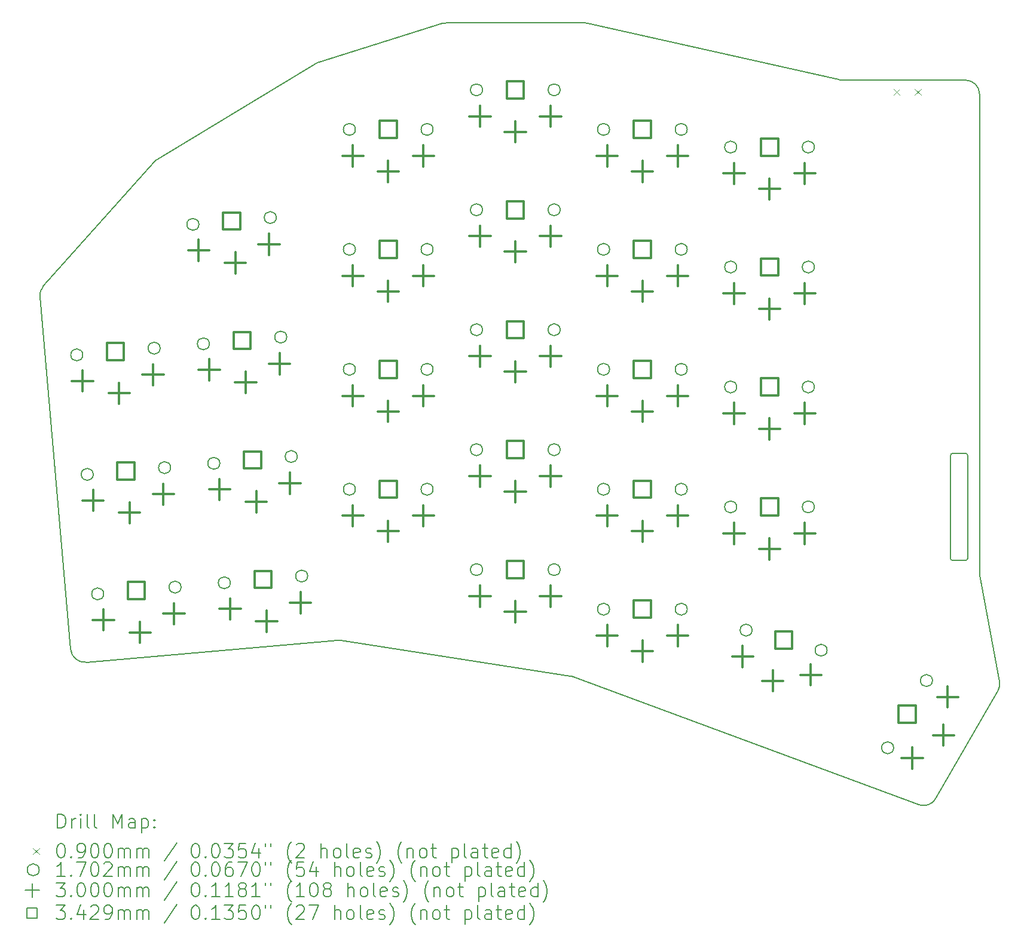
<source format=gbr>
%TF.GenerationSoftware,KiCad,Pcbnew,7.0.10-7.0.10~ubuntu22.04.1*%
%TF.CreationDate,2024-02-09T13:23:24+01:00*%
%TF.ProjectId,keyboard,6b657962-6f61-4726-942e-6b696361645f,v1.0.0*%
%TF.SameCoordinates,Original*%
%TF.FileFunction,Drillmap*%
%TF.FilePolarity,Positive*%
%FSLAX45Y45*%
G04 Gerber Fmt 4.5, Leading zero omitted, Abs format (unit mm)*
G04 Created by KiCad (PCBNEW 7.0.10-7.0.10~ubuntu22.04.1) date 2024-02-09 13:23:24*
%MOMM*%
%LPD*%
G01*
G04 APERTURE LIST*
%ADD10C,0.150000*%
%ADD11C,0.200000*%
%ADD12C,0.100000*%
%ADD13C,0.170180*%
%ADD14C,0.300000*%
%ADD15C,0.342900*%
G04 APERTURE END LIST*
D10*
X17694867Y-13968175D02*
X16816171Y-15490125D01*
X11882275Y-4501290D02*
X15438865Y-5302510D01*
X16573479Y-15577666D02*
X11679429Y-13764387D01*
X17435570Y-5507400D02*
G75*
G03*
X17235569Y-5307400I-200000J0D01*
G01*
X4175573Y-8231594D02*
G75*
G03*
X4125809Y-8381907I149475J-132881D01*
G01*
X4125809Y-8381907D02*
X4562790Y-13376618D01*
X11640696Y-13754307D02*
X8389755Y-13248399D01*
X8083732Y-5050180D02*
G75*
G03*
X8039805Y-5069949I59548J-191010D01*
G01*
X11679428Y-13764388D02*
G75*
G03*
X11640696Y-13754308I-69498J-187582D01*
G01*
X11882275Y-4501290D02*
G75*
G03*
X11838321Y-4496401I-43955J-195140D01*
G01*
X17694865Y-13968173D02*
G75*
G03*
X17718309Y-13831700I-173195J100003D01*
G01*
X15482819Y-5307401D02*
X17235569Y-5307400D01*
X17438925Y-12325484D02*
X17718309Y-13831700D01*
X16573480Y-15577663D02*
G75*
G03*
X16816171Y-15490125I69490J187533D01*
G01*
X8083732Y-5050181D02*
X9831505Y-4505459D01*
X17435569Y-5507400D02*
X17435569Y-12289008D01*
X8389755Y-13248400D02*
G75*
G03*
X8341569Y-13246782I-30755J-197670D01*
G01*
X9891014Y-4496401D02*
G75*
G03*
X9831505Y-4505459I6J-200049D01*
G01*
X8341570Y-13246782D02*
X4779460Y-13558426D01*
X5789198Y-6429952D02*
X8039805Y-5069948D01*
X4175574Y-8231594D02*
X5743161Y-6468246D01*
X9891014Y-4496400D02*
X11838320Y-4496400D01*
X17435570Y-12289008D02*
G75*
G03*
X17438925Y-12325484I200130J18D01*
G01*
X4562785Y-13376618D02*
G75*
G03*
X4779460Y-13558426I199245J17438D01*
G01*
X5789199Y-6429953D02*
G75*
G03*
X5743162Y-6468246I103481J-171227D01*
G01*
X15438865Y-5302510D02*
G75*
G03*
X15482819Y-5307401I43955J195080D01*
G01*
X17025569Y-10627401D02*
X17025569Y-12087400D01*
X17055569Y-12117400D02*
X17235569Y-12117400D01*
X17235569Y-10597401D02*
X17055569Y-10597401D01*
X17265569Y-12087400D02*
X17265569Y-10627401D01*
X17055569Y-10597401D02*
G75*
G03*
X17025569Y-10627401I0J-30000D01*
G01*
X17025569Y-12087400D02*
G75*
G03*
X17055569Y-12117400I30000J0D01*
G01*
X17265569Y-10627401D02*
G75*
G03*
X17235569Y-10597401I-30000J0D01*
G01*
X17235569Y-12117400D02*
G75*
G03*
X17265569Y-12087400I0J30000D01*
G01*
D11*
D12*
X16215570Y-5432400D02*
X16305570Y-5522400D01*
X16305570Y-5432400D02*
X16215570Y-5522400D01*
X16515570Y-5432400D02*
X16605570Y-5522400D01*
X16605570Y-5432400D02*
X16515570Y-5522400D01*
D13*
X4734470Y-9203190D02*
G75*
G03*
X4564290Y-9203190I-85090J0D01*
G01*
X4564290Y-9203190D02*
G75*
G03*
X4734470Y-9203190I85090J0D01*
G01*
X4882636Y-10896721D02*
G75*
G03*
X4712456Y-10896721I-85090J0D01*
G01*
X4712456Y-10896721D02*
G75*
G03*
X4882636Y-10896721I85090J0D01*
G01*
X5030800Y-12590252D02*
G75*
G03*
X4860620Y-12590252I-85090J0D01*
G01*
X4860620Y-12590252D02*
G75*
G03*
X5030800Y-12590252I85090J0D01*
G01*
X5830285Y-9107319D02*
G75*
G03*
X5660105Y-9107319I-85090J0D01*
G01*
X5660105Y-9107319D02*
G75*
G03*
X5830285Y-9107319I85090J0D01*
G01*
X5978450Y-10800850D02*
G75*
G03*
X5808270Y-10800850I-85090J0D01*
G01*
X5808270Y-10800850D02*
G75*
G03*
X5978450Y-10800850I85090J0D01*
G01*
X6126614Y-12494381D02*
G75*
G03*
X5956434Y-12494381I-85090J0D01*
G01*
X5956434Y-12494381D02*
G75*
G03*
X6126614Y-12494381I85090J0D01*
G01*
X6379457Y-7352778D02*
G75*
G03*
X6209277Y-7352778I-85090J0D01*
G01*
X6209277Y-7352778D02*
G75*
G03*
X6379457Y-7352778I85090J0D01*
G01*
X6527621Y-9046310D02*
G75*
G03*
X6357441Y-9046310I-85090J0D01*
G01*
X6357441Y-9046310D02*
G75*
G03*
X6527621Y-9046310I85090J0D01*
G01*
X6675786Y-10739840D02*
G75*
G03*
X6505606Y-10739840I-85090J0D01*
G01*
X6505606Y-10739840D02*
G75*
G03*
X6675786Y-10739840I85090J0D01*
G01*
X6823951Y-12433371D02*
G75*
G03*
X6653771Y-12433371I-85090J0D01*
G01*
X6653771Y-12433371D02*
G75*
G03*
X6823951Y-12433371I85090J0D01*
G01*
X7475271Y-7256907D02*
G75*
G03*
X7305091Y-7256907I-85090J0D01*
G01*
X7305091Y-7256907D02*
G75*
G03*
X7475271Y-7256907I85090J0D01*
G01*
X7623435Y-8950438D02*
G75*
G03*
X7453255Y-8950438I-85090J0D01*
G01*
X7453255Y-8950438D02*
G75*
G03*
X7623435Y-8950438I85090J0D01*
G01*
X7771600Y-10643969D02*
G75*
G03*
X7601420Y-10643969I-85090J0D01*
G01*
X7601420Y-10643969D02*
G75*
G03*
X7771600Y-10643969I85090J0D01*
G01*
X7919766Y-12337500D02*
G75*
G03*
X7749586Y-12337500I-85090J0D01*
G01*
X7749586Y-12337500D02*
G75*
G03*
X7919766Y-12337500I85090J0D01*
G01*
X8595659Y-9407400D02*
G75*
G03*
X8425479Y-9407400I-85090J0D01*
G01*
X8425479Y-9407400D02*
G75*
G03*
X8595659Y-9407400I85090J0D01*
G01*
X8595660Y-7707400D02*
G75*
G03*
X8425480Y-7707400I-85090J0D01*
G01*
X8425480Y-7707400D02*
G75*
G03*
X8595660Y-7707400I85090J0D01*
G01*
X8595660Y-6007400D02*
G75*
G03*
X8425480Y-6007400I-85090J0D01*
G01*
X8425480Y-6007400D02*
G75*
G03*
X8595660Y-6007400I85090J0D01*
G01*
X8595660Y-11107401D02*
G75*
G03*
X8425480Y-11107401I-85090J0D01*
G01*
X8425480Y-11107401D02*
G75*
G03*
X8595660Y-11107401I85090J0D01*
G01*
X9695659Y-9407400D02*
G75*
G03*
X9525479Y-9407400I-85090J0D01*
G01*
X9525479Y-9407400D02*
G75*
G03*
X9695659Y-9407400I85090J0D01*
G01*
X9695660Y-7707400D02*
G75*
G03*
X9525480Y-7707400I-85090J0D01*
G01*
X9525480Y-7707400D02*
G75*
G03*
X9695660Y-7707400I85090J0D01*
G01*
X9695660Y-6007400D02*
G75*
G03*
X9525480Y-6007400I-85090J0D01*
G01*
X9525480Y-6007400D02*
G75*
G03*
X9695660Y-6007400I85090J0D01*
G01*
X9695660Y-11107401D02*
G75*
G03*
X9525480Y-11107401I-85090J0D01*
G01*
X9525480Y-11107401D02*
G75*
G03*
X9695660Y-11107401I85090J0D01*
G01*
X10395659Y-8846400D02*
G75*
G03*
X10225479Y-8846400I-85090J0D01*
G01*
X10225479Y-8846400D02*
G75*
G03*
X10395659Y-8846400I85090J0D01*
G01*
X10395659Y-12246400D02*
G75*
G03*
X10225479Y-12246400I-85090J0D01*
G01*
X10225479Y-12246400D02*
G75*
G03*
X10395659Y-12246400I85090J0D01*
G01*
X10395660Y-5446401D02*
G75*
G03*
X10225480Y-5446401I-85090J0D01*
G01*
X10225480Y-5446401D02*
G75*
G03*
X10395660Y-5446401I85090J0D01*
G01*
X10395660Y-7146400D02*
G75*
G03*
X10225480Y-7146400I-85090J0D01*
G01*
X10225480Y-7146400D02*
G75*
G03*
X10395660Y-7146400I85090J0D01*
G01*
X10395660Y-10546400D02*
G75*
G03*
X10225480Y-10546400I-85090J0D01*
G01*
X10225480Y-10546400D02*
G75*
G03*
X10395660Y-10546400I85090J0D01*
G01*
X11495659Y-8846400D02*
G75*
G03*
X11325479Y-8846400I-85090J0D01*
G01*
X11325479Y-8846400D02*
G75*
G03*
X11495659Y-8846400I85090J0D01*
G01*
X11495659Y-12246400D02*
G75*
G03*
X11325479Y-12246400I-85090J0D01*
G01*
X11325479Y-12246400D02*
G75*
G03*
X11495659Y-12246400I85090J0D01*
G01*
X11495660Y-5446401D02*
G75*
G03*
X11325480Y-5446401I-85090J0D01*
G01*
X11325480Y-5446401D02*
G75*
G03*
X11495660Y-5446401I85090J0D01*
G01*
X11495660Y-7146400D02*
G75*
G03*
X11325480Y-7146400I-85090J0D01*
G01*
X11325480Y-7146400D02*
G75*
G03*
X11495660Y-7146400I85090J0D01*
G01*
X11495660Y-10546400D02*
G75*
G03*
X11325480Y-10546400I-85090J0D01*
G01*
X11325480Y-10546400D02*
G75*
G03*
X11495660Y-10546400I85090J0D01*
G01*
X12195659Y-6007400D02*
G75*
G03*
X12025479Y-6007400I-85090J0D01*
G01*
X12025479Y-6007400D02*
G75*
G03*
X12195659Y-6007400I85090J0D01*
G01*
X12195659Y-7707401D02*
G75*
G03*
X12025479Y-7707401I-85090J0D01*
G01*
X12025479Y-7707401D02*
G75*
G03*
X12195659Y-7707401I85090J0D01*
G01*
X12195660Y-11107401D02*
G75*
G03*
X12025480Y-11107401I-85090J0D01*
G01*
X12025480Y-11107401D02*
G75*
G03*
X12195660Y-11107401I85090J0D01*
G01*
X12195660Y-9407401D02*
G75*
G03*
X12025480Y-9407401I-85090J0D01*
G01*
X12025480Y-9407401D02*
G75*
G03*
X12195660Y-9407401I85090J0D01*
G01*
X12195660Y-12807400D02*
G75*
G03*
X12025480Y-12807400I-85090J0D01*
G01*
X12025480Y-12807400D02*
G75*
G03*
X12195660Y-12807400I85090J0D01*
G01*
X13295659Y-6007400D02*
G75*
G03*
X13125479Y-6007400I-85090J0D01*
G01*
X13125479Y-6007400D02*
G75*
G03*
X13295659Y-6007400I85090J0D01*
G01*
X13295659Y-7707401D02*
G75*
G03*
X13125479Y-7707401I-85090J0D01*
G01*
X13125479Y-7707401D02*
G75*
G03*
X13295659Y-7707401I85090J0D01*
G01*
X13295660Y-11107401D02*
G75*
G03*
X13125480Y-11107401I-85090J0D01*
G01*
X13125480Y-11107401D02*
G75*
G03*
X13295660Y-11107401I85090J0D01*
G01*
X13295660Y-9407401D02*
G75*
G03*
X13125480Y-9407401I-85090J0D01*
G01*
X13125480Y-9407401D02*
G75*
G03*
X13295660Y-9407401I85090J0D01*
G01*
X13295660Y-12807400D02*
G75*
G03*
X13125480Y-12807400I-85090J0D01*
G01*
X13125480Y-12807400D02*
G75*
G03*
X13295660Y-12807400I85090J0D01*
G01*
X13995659Y-9657400D02*
G75*
G03*
X13825479Y-9657400I-85090J0D01*
G01*
X13825479Y-9657400D02*
G75*
G03*
X13995659Y-9657400I85090J0D01*
G01*
X13995659Y-6257400D02*
G75*
G03*
X13825479Y-6257400I-85090J0D01*
G01*
X13825479Y-6257400D02*
G75*
G03*
X13995659Y-6257400I85090J0D01*
G01*
X13995659Y-11357400D02*
G75*
G03*
X13825479Y-11357400I-85090J0D01*
G01*
X13825479Y-11357400D02*
G75*
G03*
X13995659Y-11357400I85090J0D01*
G01*
X13995660Y-7957400D02*
G75*
G03*
X13825480Y-7957400I-85090J0D01*
G01*
X13825480Y-7957400D02*
G75*
G03*
X13995660Y-7957400I85090J0D01*
G01*
X14214401Y-13104050D02*
G75*
G03*
X14044221Y-13104050I-85090J0D01*
G01*
X14044221Y-13104050D02*
G75*
G03*
X14214401Y-13104050I85090J0D01*
G01*
X15095659Y-9657400D02*
G75*
G03*
X14925479Y-9657400I-85090J0D01*
G01*
X14925479Y-9657400D02*
G75*
G03*
X15095659Y-9657400I85090J0D01*
G01*
X15095659Y-6257400D02*
G75*
G03*
X14925479Y-6257400I-85090J0D01*
G01*
X14925479Y-6257400D02*
G75*
G03*
X15095659Y-6257400I85090J0D01*
G01*
X15095659Y-11357400D02*
G75*
G03*
X14925479Y-11357400I-85090J0D01*
G01*
X14925479Y-11357400D02*
G75*
G03*
X15095659Y-11357400I85090J0D01*
G01*
X15095660Y-7957400D02*
G75*
G03*
X14925480Y-7957400I-85090J0D01*
G01*
X14925480Y-7957400D02*
G75*
G03*
X15095660Y-7957400I85090J0D01*
G01*
X15276919Y-13388751D02*
G75*
G03*
X15106739Y-13388751I-85090J0D01*
G01*
X15106739Y-13388751D02*
G75*
G03*
X15276919Y-13388751I85090J0D01*
G01*
X16219134Y-14771601D02*
G75*
G03*
X16048954Y-14771601I-85090J0D01*
G01*
X16048954Y-14771601D02*
G75*
G03*
X16219134Y-14771601I85090J0D01*
G01*
X16769134Y-13818973D02*
G75*
G03*
X16598954Y-13818973I-85090J0D01*
G01*
X16598954Y-13818973D02*
G75*
G03*
X16769134Y-13818973I85090J0D01*
G01*
D14*
X4731874Y-9422405D02*
X4731874Y-9722405D01*
X4581874Y-9572405D02*
X4881874Y-9572405D01*
X4880039Y-11115936D02*
X4880039Y-11415936D01*
X4730039Y-11265936D02*
X5030039Y-11265936D01*
X5028203Y-12809467D02*
X5028203Y-13109467D01*
X4878203Y-12959467D02*
X5178203Y-12959467D01*
X5249145Y-9597990D02*
X5249145Y-9897990D01*
X5099145Y-9747990D02*
X5399145Y-9747990D01*
X5249145Y-9597990D02*
X5249145Y-9897990D01*
X5099145Y-9747990D02*
X5399145Y-9747990D01*
X5397311Y-11291521D02*
X5397311Y-11591521D01*
X5247311Y-11441521D02*
X5547311Y-11441521D01*
X5397311Y-11291521D02*
X5397311Y-11591521D01*
X5247311Y-11441521D02*
X5547311Y-11441521D01*
X5545474Y-12985052D02*
X5545474Y-13285052D01*
X5395474Y-13135052D02*
X5695474Y-13135052D01*
X5545474Y-12985052D02*
X5545474Y-13285052D01*
X5395474Y-13135052D02*
X5695474Y-13135052D01*
X5728068Y-9335249D02*
X5728068Y-9635249D01*
X5578068Y-9485249D02*
X5878068Y-9485249D01*
X5876234Y-11028781D02*
X5876234Y-11328780D01*
X5726234Y-11178781D02*
X6026234Y-11178781D01*
X6024397Y-12722312D02*
X6024397Y-13022312D01*
X5874397Y-12872312D02*
X6174397Y-12872312D01*
X6376860Y-7571994D02*
X6376860Y-7871994D01*
X6226860Y-7721994D02*
X6526860Y-7721994D01*
X6525024Y-9265525D02*
X6525024Y-9565525D01*
X6375024Y-9415525D02*
X6675024Y-9415525D01*
X6673189Y-10959055D02*
X6673189Y-11259055D01*
X6523189Y-11109055D02*
X6823189Y-11109055D01*
X6821355Y-12652587D02*
X6821355Y-12952587D01*
X6671355Y-12802587D02*
X6971355Y-12802587D01*
X6894132Y-7747579D02*
X6894132Y-8047579D01*
X6744132Y-7897579D02*
X7044132Y-7897579D01*
X6894132Y-7747579D02*
X6894132Y-8047579D01*
X6744132Y-7897579D02*
X7044132Y-7897579D01*
X7042296Y-9441110D02*
X7042296Y-9741110D01*
X6892296Y-9591110D02*
X7192296Y-9591110D01*
X7042296Y-9441110D02*
X7042296Y-9741110D01*
X6892296Y-9591110D02*
X7192296Y-9591110D01*
X7190460Y-11134640D02*
X7190460Y-11434640D01*
X7040460Y-11284640D02*
X7340460Y-11284640D01*
X7190460Y-11134640D02*
X7190460Y-11434640D01*
X7040460Y-11284640D02*
X7340460Y-11284640D01*
X7338626Y-12828171D02*
X7338626Y-13128171D01*
X7188626Y-12978171D02*
X7488626Y-12978171D01*
X7338626Y-12828171D02*
X7338626Y-13128171D01*
X7188626Y-12978171D02*
X7488626Y-12978171D01*
X7373055Y-7484838D02*
X7373055Y-7784838D01*
X7223055Y-7634838D02*
X7523055Y-7634838D01*
X7521219Y-9178369D02*
X7521219Y-9478369D01*
X7371219Y-9328369D02*
X7671219Y-9328369D01*
X7669384Y-10871900D02*
X7669384Y-11171900D01*
X7519384Y-11021900D02*
X7819384Y-11021900D01*
X7817549Y-12565431D02*
X7817549Y-12865431D01*
X7667549Y-12715431D02*
X7967549Y-12715431D01*
X8560569Y-9632400D02*
X8560569Y-9932400D01*
X8410569Y-9782400D02*
X8710569Y-9782400D01*
X8560570Y-7932400D02*
X8560570Y-8232400D01*
X8410570Y-8082400D02*
X8710570Y-8082400D01*
X8560570Y-6232400D02*
X8560570Y-6532400D01*
X8410570Y-6382400D02*
X8710570Y-6382400D01*
X8560570Y-11332401D02*
X8560570Y-11632401D01*
X8410570Y-11482401D02*
X8710570Y-11482401D01*
X9060569Y-9852400D02*
X9060569Y-10152400D01*
X8910569Y-10002400D02*
X9210569Y-10002400D01*
X9060569Y-9852400D02*
X9060569Y-10152400D01*
X8910569Y-10002400D02*
X9210569Y-10002400D01*
X9060570Y-8152400D02*
X9060570Y-8452400D01*
X8910570Y-8302400D02*
X9210570Y-8302400D01*
X9060570Y-8152400D02*
X9060570Y-8452400D01*
X8910570Y-8302400D02*
X9210570Y-8302400D01*
X9060570Y-6452400D02*
X9060570Y-6752400D01*
X8910570Y-6602400D02*
X9210570Y-6602400D01*
X9060570Y-6452400D02*
X9060570Y-6752400D01*
X8910570Y-6602400D02*
X9210570Y-6602400D01*
X9060570Y-11552401D02*
X9060570Y-11852401D01*
X8910570Y-11702401D02*
X9210570Y-11702401D01*
X9060570Y-11552401D02*
X9060570Y-11852401D01*
X8910570Y-11702401D02*
X9210570Y-11702401D01*
X9560569Y-9632400D02*
X9560569Y-9932400D01*
X9410569Y-9782400D02*
X9710569Y-9782400D01*
X9560570Y-7932400D02*
X9560570Y-8232400D01*
X9410570Y-8082400D02*
X9710570Y-8082400D01*
X9560570Y-6232400D02*
X9560570Y-6532400D01*
X9410570Y-6382400D02*
X9710570Y-6382400D01*
X9560570Y-11332401D02*
X9560570Y-11632401D01*
X9410570Y-11482401D02*
X9710570Y-11482401D01*
X10360569Y-9071400D02*
X10360569Y-9371400D01*
X10210569Y-9221400D02*
X10510569Y-9221400D01*
X10360569Y-12471400D02*
X10360569Y-12771400D01*
X10210569Y-12621400D02*
X10510569Y-12621400D01*
X10360570Y-5671400D02*
X10360570Y-5971400D01*
X10210570Y-5821400D02*
X10510570Y-5821400D01*
X10360570Y-7371400D02*
X10360570Y-7671400D01*
X10210570Y-7521400D02*
X10510570Y-7521400D01*
X10360570Y-10771400D02*
X10360570Y-11071400D01*
X10210570Y-10921400D02*
X10510570Y-10921400D01*
X10860569Y-9291400D02*
X10860569Y-9591400D01*
X10710569Y-9441400D02*
X11010569Y-9441400D01*
X10860569Y-9291400D02*
X10860569Y-9591400D01*
X10710569Y-9441400D02*
X11010569Y-9441400D01*
X10860569Y-12691400D02*
X10860569Y-12991400D01*
X10710569Y-12841400D02*
X11010569Y-12841400D01*
X10860569Y-12691400D02*
X10860569Y-12991400D01*
X10710569Y-12841400D02*
X11010569Y-12841400D01*
X10860570Y-5891400D02*
X10860570Y-6191400D01*
X10710570Y-6041400D02*
X11010570Y-6041400D01*
X10860570Y-5891400D02*
X10860570Y-6191400D01*
X10710570Y-6041400D02*
X11010570Y-6041400D01*
X10860570Y-7591400D02*
X10860570Y-7891400D01*
X10710570Y-7741400D02*
X11010570Y-7741400D01*
X10860570Y-7591400D02*
X10860570Y-7891400D01*
X10710570Y-7741400D02*
X11010570Y-7741400D01*
X10860570Y-10991400D02*
X10860570Y-11291400D01*
X10710570Y-11141400D02*
X11010570Y-11141400D01*
X10860570Y-10991400D02*
X10860570Y-11291400D01*
X10710570Y-11141400D02*
X11010570Y-11141400D01*
X11360569Y-9071400D02*
X11360569Y-9371400D01*
X11210569Y-9221400D02*
X11510569Y-9221400D01*
X11360569Y-12471400D02*
X11360569Y-12771400D01*
X11210569Y-12621400D02*
X11510569Y-12621400D01*
X11360570Y-5671400D02*
X11360570Y-5971400D01*
X11210570Y-5821400D02*
X11510570Y-5821400D01*
X11360570Y-7371400D02*
X11360570Y-7671400D01*
X11210570Y-7521400D02*
X11510570Y-7521400D01*
X11360570Y-10771400D02*
X11360570Y-11071400D01*
X11210570Y-10921400D02*
X11510570Y-10921400D01*
X12160569Y-6232400D02*
X12160569Y-6532400D01*
X12010569Y-6382400D02*
X12310569Y-6382400D01*
X12160569Y-7932401D02*
X12160569Y-8232401D01*
X12010569Y-8082401D02*
X12310569Y-8082401D01*
X12160570Y-11332401D02*
X12160570Y-11632401D01*
X12010570Y-11482401D02*
X12310570Y-11482401D01*
X12160570Y-9632401D02*
X12160570Y-9932401D01*
X12010570Y-9782401D02*
X12310570Y-9782401D01*
X12160570Y-13032400D02*
X12160570Y-13332400D01*
X12010570Y-13182400D02*
X12310570Y-13182400D01*
X12660569Y-6452400D02*
X12660569Y-6752400D01*
X12510569Y-6602400D02*
X12810569Y-6602400D01*
X12660569Y-6452400D02*
X12660569Y-6752400D01*
X12510569Y-6602400D02*
X12810569Y-6602400D01*
X12660569Y-8152401D02*
X12660569Y-8452401D01*
X12510569Y-8302401D02*
X12810569Y-8302401D01*
X12660569Y-8152401D02*
X12660569Y-8452401D01*
X12510569Y-8302401D02*
X12810569Y-8302401D01*
X12660570Y-11552401D02*
X12660570Y-11852401D01*
X12510570Y-11702401D02*
X12810570Y-11702401D01*
X12660570Y-11552401D02*
X12660570Y-11852401D01*
X12510570Y-11702401D02*
X12810570Y-11702401D01*
X12660570Y-9852401D02*
X12660570Y-10152401D01*
X12510570Y-10002401D02*
X12810570Y-10002401D01*
X12660570Y-9852401D02*
X12660570Y-10152401D01*
X12510570Y-10002401D02*
X12810570Y-10002401D01*
X12660570Y-13252400D02*
X12660570Y-13552400D01*
X12510570Y-13402400D02*
X12810570Y-13402400D01*
X12660570Y-13252400D02*
X12660570Y-13552400D01*
X12510570Y-13402400D02*
X12810570Y-13402400D01*
X13160569Y-6232400D02*
X13160569Y-6532400D01*
X13010569Y-6382400D02*
X13310569Y-6382400D01*
X13160569Y-7932401D02*
X13160569Y-8232401D01*
X13010569Y-8082401D02*
X13310569Y-8082401D01*
X13160570Y-11332401D02*
X13160570Y-11632401D01*
X13010570Y-11482401D02*
X13310570Y-11482401D01*
X13160570Y-9632401D02*
X13160570Y-9932401D01*
X13010570Y-9782401D02*
X13310570Y-9782401D01*
X13160570Y-13032400D02*
X13160570Y-13332400D01*
X13010570Y-13182400D02*
X13310570Y-13182400D01*
X13960569Y-9882400D02*
X13960569Y-10182400D01*
X13810569Y-10032400D02*
X14110569Y-10032400D01*
X13960569Y-6482400D02*
X13960569Y-6782400D01*
X13810569Y-6632400D02*
X14110569Y-6632400D01*
X13960569Y-11582400D02*
X13960569Y-11882400D01*
X13810569Y-11732400D02*
X14110569Y-11732400D01*
X13960570Y-8182400D02*
X13960570Y-8482400D01*
X13810570Y-8332400D02*
X14110570Y-8332400D01*
X14080550Y-13329213D02*
X14080550Y-13629213D01*
X13930550Y-13479213D02*
X14230550Y-13479213D01*
X14460569Y-10102400D02*
X14460569Y-10402400D01*
X14310569Y-10252400D02*
X14610569Y-10252400D01*
X14460569Y-10102400D02*
X14460569Y-10402400D01*
X14310569Y-10252400D02*
X14610569Y-10252400D01*
X14460569Y-6702400D02*
X14460569Y-7002400D01*
X14310569Y-6852400D02*
X14610569Y-6852400D01*
X14460569Y-6702400D02*
X14460569Y-7002400D01*
X14310569Y-6852400D02*
X14610569Y-6852400D01*
X14460569Y-11802400D02*
X14460569Y-12102400D01*
X14310569Y-11952400D02*
X14610569Y-11952400D01*
X14460569Y-11802400D02*
X14460569Y-12102400D01*
X14310569Y-11952400D02*
X14610569Y-11952400D01*
X14460570Y-8402400D02*
X14460570Y-8702400D01*
X14310570Y-8552400D02*
X14610570Y-8552400D01*
X14460570Y-8402400D02*
X14460570Y-8702400D01*
X14310570Y-8552400D02*
X14610570Y-8552400D01*
X14506573Y-13671127D02*
X14506573Y-13971127D01*
X14356573Y-13821127D02*
X14656573Y-13821127D01*
X14506573Y-13671127D02*
X14506573Y-13971127D01*
X14356573Y-13821127D02*
X14656573Y-13821127D01*
X14960569Y-9882400D02*
X14960569Y-10182400D01*
X14810569Y-10032400D02*
X15110569Y-10032400D01*
X14960569Y-6482400D02*
X14960569Y-6782400D01*
X14810569Y-6632400D02*
X15110569Y-6632400D01*
X14960569Y-11582400D02*
X14960569Y-11882400D01*
X14810569Y-11732400D02*
X15110569Y-11732400D01*
X14960570Y-8182400D02*
X14960570Y-8482400D01*
X14810570Y-8332400D02*
X15110570Y-8332400D01*
X15046476Y-13588032D02*
X15046476Y-13888032D01*
X14896476Y-13738032D02*
X15196476Y-13738032D01*
X16483804Y-14765800D02*
X16483804Y-15065800D01*
X16333804Y-14915800D02*
X16633804Y-14915800D01*
X16924329Y-14442787D02*
X16924329Y-14742787D01*
X16774329Y-14592787D02*
X17074329Y-14592787D01*
X16924329Y-14442787D02*
X16924329Y-14742787D01*
X16774329Y-14592787D02*
X17074329Y-14592787D01*
X16983804Y-13899775D02*
X16983804Y-14199775D01*
X16833804Y-14049775D02*
X17133804Y-14049775D01*
D15*
X5318522Y-9276489D02*
X5318522Y-9034020D01*
X5076053Y-9034020D01*
X5076053Y-9276489D01*
X5318522Y-9276489D01*
X5466687Y-10970020D02*
X5466687Y-10727551D01*
X5224218Y-10727551D01*
X5224218Y-10970020D01*
X5466687Y-10970020D01*
X5614851Y-12663551D02*
X5614851Y-12421082D01*
X5372382Y-12421082D01*
X5372382Y-12663551D01*
X5614851Y-12663551D01*
X6963509Y-7426077D02*
X6963509Y-7183608D01*
X6721040Y-7183608D01*
X6721040Y-7426077D01*
X6963509Y-7426077D01*
X7111673Y-9119609D02*
X7111673Y-8877139D01*
X6869204Y-8877139D01*
X6869204Y-9119609D01*
X7111673Y-9119609D01*
X7259837Y-10813139D02*
X7259837Y-10570670D01*
X7017368Y-10570670D01*
X7017368Y-10813139D01*
X7259837Y-10813139D01*
X7408003Y-12506670D02*
X7408003Y-12264201D01*
X7165534Y-12264201D01*
X7165534Y-12506670D01*
X7408003Y-12506670D01*
X9181804Y-9528635D02*
X9181804Y-9286166D01*
X8939335Y-9286166D01*
X8939335Y-9528635D01*
X9181804Y-9528635D01*
X9181804Y-7828635D02*
X9181804Y-7586165D01*
X8939335Y-7586165D01*
X8939335Y-7828635D01*
X9181804Y-7828635D01*
X9181804Y-6128635D02*
X9181804Y-5886166D01*
X8939335Y-5886166D01*
X8939335Y-6128635D01*
X9181804Y-6128635D01*
X9181805Y-11228635D02*
X9181805Y-10986166D01*
X8939336Y-10986166D01*
X8939336Y-11228635D01*
X9181805Y-11228635D01*
X10981804Y-8967635D02*
X10981804Y-8725166D01*
X10739335Y-8725166D01*
X10739335Y-8967635D01*
X10981804Y-8967635D01*
X10981804Y-12367635D02*
X10981804Y-12125166D01*
X10739335Y-12125166D01*
X10739335Y-12367635D01*
X10981804Y-12367635D01*
X10981804Y-5567635D02*
X10981804Y-5325166D01*
X10739335Y-5325166D01*
X10739335Y-5567635D01*
X10981804Y-5567635D01*
X10981804Y-7267635D02*
X10981804Y-7025166D01*
X10739335Y-7025166D01*
X10739335Y-7267635D01*
X10981804Y-7267635D01*
X10981804Y-10667635D02*
X10981804Y-10425166D01*
X10739335Y-10425166D01*
X10739335Y-10667635D01*
X10981804Y-10667635D01*
X12781804Y-6128635D02*
X12781804Y-5886165D01*
X12539334Y-5886165D01*
X12539334Y-6128635D01*
X12781804Y-6128635D01*
X12781804Y-7828635D02*
X12781804Y-7586166D01*
X12539335Y-7586166D01*
X12539335Y-7828635D01*
X12781804Y-7828635D01*
X12781804Y-11228635D02*
X12781804Y-10986166D01*
X12539335Y-10986166D01*
X12539335Y-11228635D01*
X12781804Y-11228635D01*
X12781804Y-9528635D02*
X12781804Y-9286166D01*
X12539335Y-9286166D01*
X12539335Y-9528635D01*
X12781804Y-9528635D01*
X12781804Y-12928634D02*
X12781804Y-12686165D01*
X12539335Y-12686165D01*
X12539335Y-12928634D01*
X12781804Y-12928634D01*
X14581804Y-9778635D02*
X14581804Y-9536166D01*
X14339334Y-9536166D01*
X14339334Y-9778635D01*
X14581804Y-9778635D01*
X14581804Y-6378635D02*
X14581804Y-6136166D01*
X14339335Y-6136166D01*
X14339335Y-6378635D01*
X14581804Y-6378635D01*
X14581804Y-11478635D02*
X14581804Y-11236166D01*
X14339335Y-11236166D01*
X14339335Y-11478635D01*
X14581804Y-11478635D01*
X14581805Y-8078635D02*
X14581805Y-7836166D01*
X14339336Y-7836166D01*
X14339336Y-8078635D01*
X14581805Y-8078635D01*
X14781805Y-13367635D02*
X14781805Y-13125166D01*
X14539335Y-13125166D01*
X14539335Y-13367635D01*
X14781805Y-13367635D01*
X16530279Y-14416522D02*
X16530279Y-14174053D01*
X16287810Y-14174053D01*
X16287810Y-14416522D01*
X16530279Y-14416522D01*
D11*
X4378325Y-15909107D02*
X4378325Y-15709107D01*
X4378325Y-15709107D02*
X4425944Y-15709107D01*
X4425944Y-15709107D02*
X4454515Y-15718631D01*
X4454515Y-15718631D02*
X4473563Y-15737679D01*
X4473563Y-15737679D02*
X4483086Y-15756726D01*
X4483086Y-15756726D02*
X4492610Y-15794822D01*
X4492610Y-15794822D02*
X4492610Y-15823393D01*
X4492610Y-15823393D02*
X4483086Y-15861488D01*
X4483086Y-15861488D02*
X4473563Y-15880536D01*
X4473563Y-15880536D02*
X4454515Y-15899584D01*
X4454515Y-15899584D02*
X4425944Y-15909107D01*
X4425944Y-15909107D02*
X4378325Y-15909107D01*
X4578325Y-15909107D02*
X4578325Y-15775774D01*
X4578325Y-15813869D02*
X4587848Y-15794822D01*
X4587848Y-15794822D02*
X4597372Y-15785298D01*
X4597372Y-15785298D02*
X4616420Y-15775774D01*
X4616420Y-15775774D02*
X4635467Y-15775774D01*
X4702134Y-15909107D02*
X4702134Y-15775774D01*
X4702134Y-15709107D02*
X4692610Y-15718631D01*
X4692610Y-15718631D02*
X4702134Y-15728155D01*
X4702134Y-15728155D02*
X4711658Y-15718631D01*
X4711658Y-15718631D02*
X4702134Y-15709107D01*
X4702134Y-15709107D02*
X4702134Y-15728155D01*
X4825944Y-15909107D02*
X4806896Y-15899584D01*
X4806896Y-15899584D02*
X4797372Y-15880536D01*
X4797372Y-15880536D02*
X4797372Y-15709107D01*
X4930705Y-15909107D02*
X4911658Y-15899584D01*
X4911658Y-15899584D02*
X4902134Y-15880536D01*
X4902134Y-15880536D02*
X4902134Y-15709107D01*
X5159277Y-15909107D02*
X5159277Y-15709107D01*
X5159277Y-15709107D02*
X5225944Y-15851965D01*
X5225944Y-15851965D02*
X5292610Y-15709107D01*
X5292610Y-15709107D02*
X5292610Y-15909107D01*
X5473563Y-15909107D02*
X5473563Y-15804346D01*
X5473563Y-15804346D02*
X5464039Y-15785298D01*
X5464039Y-15785298D02*
X5444991Y-15775774D01*
X5444991Y-15775774D02*
X5406896Y-15775774D01*
X5406896Y-15775774D02*
X5387848Y-15785298D01*
X5473563Y-15899584D02*
X5454515Y-15909107D01*
X5454515Y-15909107D02*
X5406896Y-15909107D01*
X5406896Y-15909107D02*
X5387848Y-15899584D01*
X5387848Y-15899584D02*
X5378325Y-15880536D01*
X5378325Y-15880536D02*
X5378325Y-15861488D01*
X5378325Y-15861488D02*
X5387848Y-15842441D01*
X5387848Y-15842441D02*
X5406896Y-15832917D01*
X5406896Y-15832917D02*
X5454515Y-15832917D01*
X5454515Y-15832917D02*
X5473563Y-15823393D01*
X5568801Y-15775774D02*
X5568801Y-15975774D01*
X5568801Y-15785298D02*
X5587848Y-15775774D01*
X5587848Y-15775774D02*
X5625944Y-15775774D01*
X5625944Y-15775774D02*
X5644991Y-15785298D01*
X5644991Y-15785298D02*
X5654515Y-15794822D01*
X5654515Y-15794822D02*
X5664039Y-15813869D01*
X5664039Y-15813869D02*
X5664039Y-15871012D01*
X5664039Y-15871012D02*
X5654515Y-15890060D01*
X5654515Y-15890060D02*
X5644991Y-15899584D01*
X5644991Y-15899584D02*
X5625944Y-15909107D01*
X5625944Y-15909107D02*
X5587848Y-15909107D01*
X5587848Y-15909107D02*
X5568801Y-15899584D01*
X5749753Y-15890060D02*
X5759277Y-15899584D01*
X5759277Y-15899584D02*
X5749753Y-15909107D01*
X5749753Y-15909107D02*
X5740229Y-15899584D01*
X5740229Y-15899584D02*
X5749753Y-15890060D01*
X5749753Y-15890060D02*
X5749753Y-15909107D01*
X5749753Y-15785298D02*
X5759277Y-15794822D01*
X5759277Y-15794822D02*
X5749753Y-15804346D01*
X5749753Y-15804346D02*
X5740229Y-15794822D01*
X5740229Y-15794822D02*
X5749753Y-15785298D01*
X5749753Y-15785298D02*
X5749753Y-15804346D01*
D12*
X4027548Y-16192624D02*
X4117548Y-16282624D01*
X4117548Y-16192624D02*
X4027548Y-16282624D01*
D11*
X4416420Y-16129107D02*
X4435467Y-16129107D01*
X4435467Y-16129107D02*
X4454515Y-16138631D01*
X4454515Y-16138631D02*
X4464039Y-16148155D01*
X4464039Y-16148155D02*
X4473563Y-16167203D01*
X4473563Y-16167203D02*
X4483086Y-16205298D01*
X4483086Y-16205298D02*
X4483086Y-16252917D01*
X4483086Y-16252917D02*
X4473563Y-16291012D01*
X4473563Y-16291012D02*
X4464039Y-16310060D01*
X4464039Y-16310060D02*
X4454515Y-16319584D01*
X4454515Y-16319584D02*
X4435467Y-16329107D01*
X4435467Y-16329107D02*
X4416420Y-16329107D01*
X4416420Y-16329107D02*
X4397372Y-16319584D01*
X4397372Y-16319584D02*
X4387848Y-16310060D01*
X4387848Y-16310060D02*
X4378325Y-16291012D01*
X4378325Y-16291012D02*
X4368801Y-16252917D01*
X4368801Y-16252917D02*
X4368801Y-16205298D01*
X4368801Y-16205298D02*
X4378325Y-16167203D01*
X4378325Y-16167203D02*
X4387848Y-16148155D01*
X4387848Y-16148155D02*
X4397372Y-16138631D01*
X4397372Y-16138631D02*
X4416420Y-16129107D01*
X4568801Y-16310060D02*
X4578325Y-16319584D01*
X4578325Y-16319584D02*
X4568801Y-16329107D01*
X4568801Y-16329107D02*
X4559277Y-16319584D01*
X4559277Y-16319584D02*
X4568801Y-16310060D01*
X4568801Y-16310060D02*
X4568801Y-16329107D01*
X4673563Y-16329107D02*
X4711658Y-16329107D01*
X4711658Y-16329107D02*
X4730706Y-16319584D01*
X4730706Y-16319584D02*
X4740229Y-16310060D01*
X4740229Y-16310060D02*
X4759277Y-16281488D01*
X4759277Y-16281488D02*
X4768801Y-16243393D01*
X4768801Y-16243393D02*
X4768801Y-16167203D01*
X4768801Y-16167203D02*
X4759277Y-16148155D01*
X4759277Y-16148155D02*
X4749753Y-16138631D01*
X4749753Y-16138631D02*
X4730706Y-16129107D01*
X4730706Y-16129107D02*
X4692610Y-16129107D01*
X4692610Y-16129107D02*
X4673563Y-16138631D01*
X4673563Y-16138631D02*
X4664039Y-16148155D01*
X4664039Y-16148155D02*
X4654515Y-16167203D01*
X4654515Y-16167203D02*
X4654515Y-16214822D01*
X4654515Y-16214822D02*
X4664039Y-16233869D01*
X4664039Y-16233869D02*
X4673563Y-16243393D01*
X4673563Y-16243393D02*
X4692610Y-16252917D01*
X4692610Y-16252917D02*
X4730706Y-16252917D01*
X4730706Y-16252917D02*
X4749753Y-16243393D01*
X4749753Y-16243393D02*
X4759277Y-16233869D01*
X4759277Y-16233869D02*
X4768801Y-16214822D01*
X4892610Y-16129107D02*
X4911658Y-16129107D01*
X4911658Y-16129107D02*
X4930706Y-16138631D01*
X4930706Y-16138631D02*
X4940229Y-16148155D01*
X4940229Y-16148155D02*
X4949753Y-16167203D01*
X4949753Y-16167203D02*
X4959277Y-16205298D01*
X4959277Y-16205298D02*
X4959277Y-16252917D01*
X4959277Y-16252917D02*
X4949753Y-16291012D01*
X4949753Y-16291012D02*
X4940229Y-16310060D01*
X4940229Y-16310060D02*
X4930706Y-16319584D01*
X4930706Y-16319584D02*
X4911658Y-16329107D01*
X4911658Y-16329107D02*
X4892610Y-16329107D01*
X4892610Y-16329107D02*
X4873563Y-16319584D01*
X4873563Y-16319584D02*
X4864039Y-16310060D01*
X4864039Y-16310060D02*
X4854515Y-16291012D01*
X4854515Y-16291012D02*
X4844991Y-16252917D01*
X4844991Y-16252917D02*
X4844991Y-16205298D01*
X4844991Y-16205298D02*
X4854515Y-16167203D01*
X4854515Y-16167203D02*
X4864039Y-16148155D01*
X4864039Y-16148155D02*
X4873563Y-16138631D01*
X4873563Y-16138631D02*
X4892610Y-16129107D01*
X5083086Y-16129107D02*
X5102134Y-16129107D01*
X5102134Y-16129107D02*
X5121182Y-16138631D01*
X5121182Y-16138631D02*
X5130706Y-16148155D01*
X5130706Y-16148155D02*
X5140229Y-16167203D01*
X5140229Y-16167203D02*
X5149753Y-16205298D01*
X5149753Y-16205298D02*
X5149753Y-16252917D01*
X5149753Y-16252917D02*
X5140229Y-16291012D01*
X5140229Y-16291012D02*
X5130706Y-16310060D01*
X5130706Y-16310060D02*
X5121182Y-16319584D01*
X5121182Y-16319584D02*
X5102134Y-16329107D01*
X5102134Y-16329107D02*
X5083086Y-16329107D01*
X5083086Y-16329107D02*
X5064039Y-16319584D01*
X5064039Y-16319584D02*
X5054515Y-16310060D01*
X5054515Y-16310060D02*
X5044991Y-16291012D01*
X5044991Y-16291012D02*
X5035467Y-16252917D01*
X5035467Y-16252917D02*
X5035467Y-16205298D01*
X5035467Y-16205298D02*
X5044991Y-16167203D01*
X5044991Y-16167203D02*
X5054515Y-16148155D01*
X5054515Y-16148155D02*
X5064039Y-16138631D01*
X5064039Y-16138631D02*
X5083086Y-16129107D01*
X5235467Y-16329107D02*
X5235467Y-16195774D01*
X5235467Y-16214822D02*
X5244991Y-16205298D01*
X5244991Y-16205298D02*
X5264039Y-16195774D01*
X5264039Y-16195774D02*
X5292610Y-16195774D01*
X5292610Y-16195774D02*
X5311658Y-16205298D01*
X5311658Y-16205298D02*
X5321182Y-16224346D01*
X5321182Y-16224346D02*
X5321182Y-16329107D01*
X5321182Y-16224346D02*
X5330706Y-16205298D01*
X5330706Y-16205298D02*
X5349753Y-16195774D01*
X5349753Y-16195774D02*
X5378325Y-16195774D01*
X5378325Y-16195774D02*
X5397372Y-16205298D01*
X5397372Y-16205298D02*
X5406896Y-16224346D01*
X5406896Y-16224346D02*
X5406896Y-16329107D01*
X5502134Y-16329107D02*
X5502134Y-16195774D01*
X5502134Y-16214822D02*
X5511658Y-16205298D01*
X5511658Y-16205298D02*
X5530706Y-16195774D01*
X5530706Y-16195774D02*
X5559277Y-16195774D01*
X5559277Y-16195774D02*
X5578325Y-16205298D01*
X5578325Y-16205298D02*
X5587848Y-16224346D01*
X5587848Y-16224346D02*
X5587848Y-16329107D01*
X5587848Y-16224346D02*
X5597372Y-16205298D01*
X5597372Y-16205298D02*
X5616420Y-16195774D01*
X5616420Y-16195774D02*
X5644991Y-16195774D01*
X5644991Y-16195774D02*
X5664039Y-16205298D01*
X5664039Y-16205298D02*
X5673563Y-16224346D01*
X5673563Y-16224346D02*
X5673563Y-16329107D01*
X6064039Y-16119584D02*
X5892610Y-16376726D01*
X6321182Y-16129107D02*
X6340229Y-16129107D01*
X6340229Y-16129107D02*
X6359277Y-16138631D01*
X6359277Y-16138631D02*
X6368801Y-16148155D01*
X6368801Y-16148155D02*
X6378325Y-16167203D01*
X6378325Y-16167203D02*
X6387848Y-16205298D01*
X6387848Y-16205298D02*
X6387848Y-16252917D01*
X6387848Y-16252917D02*
X6378325Y-16291012D01*
X6378325Y-16291012D02*
X6368801Y-16310060D01*
X6368801Y-16310060D02*
X6359277Y-16319584D01*
X6359277Y-16319584D02*
X6340229Y-16329107D01*
X6340229Y-16329107D02*
X6321182Y-16329107D01*
X6321182Y-16329107D02*
X6302134Y-16319584D01*
X6302134Y-16319584D02*
X6292610Y-16310060D01*
X6292610Y-16310060D02*
X6283087Y-16291012D01*
X6283087Y-16291012D02*
X6273563Y-16252917D01*
X6273563Y-16252917D02*
X6273563Y-16205298D01*
X6273563Y-16205298D02*
X6283087Y-16167203D01*
X6283087Y-16167203D02*
X6292610Y-16148155D01*
X6292610Y-16148155D02*
X6302134Y-16138631D01*
X6302134Y-16138631D02*
X6321182Y-16129107D01*
X6473563Y-16310060D02*
X6483087Y-16319584D01*
X6483087Y-16319584D02*
X6473563Y-16329107D01*
X6473563Y-16329107D02*
X6464039Y-16319584D01*
X6464039Y-16319584D02*
X6473563Y-16310060D01*
X6473563Y-16310060D02*
X6473563Y-16329107D01*
X6606896Y-16129107D02*
X6625944Y-16129107D01*
X6625944Y-16129107D02*
X6644991Y-16138631D01*
X6644991Y-16138631D02*
X6654515Y-16148155D01*
X6654515Y-16148155D02*
X6664039Y-16167203D01*
X6664039Y-16167203D02*
X6673563Y-16205298D01*
X6673563Y-16205298D02*
X6673563Y-16252917D01*
X6673563Y-16252917D02*
X6664039Y-16291012D01*
X6664039Y-16291012D02*
X6654515Y-16310060D01*
X6654515Y-16310060D02*
X6644991Y-16319584D01*
X6644991Y-16319584D02*
X6625944Y-16329107D01*
X6625944Y-16329107D02*
X6606896Y-16329107D01*
X6606896Y-16329107D02*
X6587848Y-16319584D01*
X6587848Y-16319584D02*
X6578325Y-16310060D01*
X6578325Y-16310060D02*
X6568801Y-16291012D01*
X6568801Y-16291012D02*
X6559277Y-16252917D01*
X6559277Y-16252917D02*
X6559277Y-16205298D01*
X6559277Y-16205298D02*
X6568801Y-16167203D01*
X6568801Y-16167203D02*
X6578325Y-16148155D01*
X6578325Y-16148155D02*
X6587848Y-16138631D01*
X6587848Y-16138631D02*
X6606896Y-16129107D01*
X6740229Y-16129107D02*
X6864039Y-16129107D01*
X6864039Y-16129107D02*
X6797372Y-16205298D01*
X6797372Y-16205298D02*
X6825944Y-16205298D01*
X6825944Y-16205298D02*
X6844991Y-16214822D01*
X6844991Y-16214822D02*
X6854515Y-16224346D01*
X6854515Y-16224346D02*
X6864039Y-16243393D01*
X6864039Y-16243393D02*
X6864039Y-16291012D01*
X6864039Y-16291012D02*
X6854515Y-16310060D01*
X6854515Y-16310060D02*
X6844991Y-16319584D01*
X6844991Y-16319584D02*
X6825944Y-16329107D01*
X6825944Y-16329107D02*
X6768801Y-16329107D01*
X6768801Y-16329107D02*
X6749753Y-16319584D01*
X6749753Y-16319584D02*
X6740229Y-16310060D01*
X7044991Y-16129107D02*
X6949753Y-16129107D01*
X6949753Y-16129107D02*
X6940229Y-16224346D01*
X6940229Y-16224346D02*
X6949753Y-16214822D01*
X6949753Y-16214822D02*
X6968801Y-16205298D01*
X6968801Y-16205298D02*
X7016420Y-16205298D01*
X7016420Y-16205298D02*
X7035468Y-16214822D01*
X7035468Y-16214822D02*
X7044991Y-16224346D01*
X7044991Y-16224346D02*
X7054515Y-16243393D01*
X7054515Y-16243393D02*
X7054515Y-16291012D01*
X7054515Y-16291012D02*
X7044991Y-16310060D01*
X7044991Y-16310060D02*
X7035468Y-16319584D01*
X7035468Y-16319584D02*
X7016420Y-16329107D01*
X7016420Y-16329107D02*
X6968801Y-16329107D01*
X6968801Y-16329107D02*
X6949753Y-16319584D01*
X6949753Y-16319584D02*
X6940229Y-16310060D01*
X7225944Y-16195774D02*
X7225944Y-16329107D01*
X7178325Y-16119584D02*
X7130706Y-16262441D01*
X7130706Y-16262441D02*
X7254515Y-16262441D01*
X7321182Y-16129107D02*
X7321182Y-16167203D01*
X7397372Y-16129107D02*
X7397372Y-16167203D01*
X7692611Y-16405298D02*
X7683087Y-16395774D01*
X7683087Y-16395774D02*
X7664039Y-16367203D01*
X7664039Y-16367203D02*
X7654515Y-16348155D01*
X7654515Y-16348155D02*
X7644991Y-16319584D01*
X7644991Y-16319584D02*
X7635468Y-16271965D01*
X7635468Y-16271965D02*
X7635468Y-16233869D01*
X7635468Y-16233869D02*
X7644991Y-16186250D01*
X7644991Y-16186250D02*
X7654515Y-16157679D01*
X7654515Y-16157679D02*
X7664039Y-16138631D01*
X7664039Y-16138631D02*
X7683087Y-16110060D01*
X7683087Y-16110060D02*
X7692611Y-16100536D01*
X7759277Y-16148155D02*
X7768801Y-16138631D01*
X7768801Y-16138631D02*
X7787849Y-16129107D01*
X7787849Y-16129107D02*
X7835468Y-16129107D01*
X7835468Y-16129107D02*
X7854515Y-16138631D01*
X7854515Y-16138631D02*
X7864039Y-16148155D01*
X7864039Y-16148155D02*
X7873563Y-16167203D01*
X7873563Y-16167203D02*
X7873563Y-16186250D01*
X7873563Y-16186250D02*
X7864039Y-16214822D01*
X7864039Y-16214822D02*
X7749753Y-16329107D01*
X7749753Y-16329107D02*
X7873563Y-16329107D01*
X8111658Y-16329107D02*
X8111658Y-16129107D01*
X8197372Y-16329107D02*
X8197372Y-16224346D01*
X8197372Y-16224346D02*
X8187849Y-16205298D01*
X8187849Y-16205298D02*
X8168801Y-16195774D01*
X8168801Y-16195774D02*
X8140230Y-16195774D01*
X8140230Y-16195774D02*
X8121182Y-16205298D01*
X8121182Y-16205298D02*
X8111658Y-16214822D01*
X8321182Y-16329107D02*
X8302134Y-16319584D01*
X8302134Y-16319584D02*
X8292611Y-16310060D01*
X8292611Y-16310060D02*
X8283087Y-16291012D01*
X8283087Y-16291012D02*
X8283087Y-16233869D01*
X8283087Y-16233869D02*
X8292611Y-16214822D01*
X8292611Y-16214822D02*
X8302134Y-16205298D01*
X8302134Y-16205298D02*
X8321182Y-16195774D01*
X8321182Y-16195774D02*
X8349753Y-16195774D01*
X8349753Y-16195774D02*
X8368801Y-16205298D01*
X8368801Y-16205298D02*
X8378325Y-16214822D01*
X8378325Y-16214822D02*
X8387849Y-16233869D01*
X8387849Y-16233869D02*
X8387849Y-16291012D01*
X8387849Y-16291012D02*
X8378325Y-16310060D01*
X8378325Y-16310060D02*
X8368801Y-16319584D01*
X8368801Y-16319584D02*
X8349753Y-16329107D01*
X8349753Y-16329107D02*
X8321182Y-16329107D01*
X8502134Y-16329107D02*
X8483087Y-16319584D01*
X8483087Y-16319584D02*
X8473563Y-16300536D01*
X8473563Y-16300536D02*
X8473563Y-16129107D01*
X8654515Y-16319584D02*
X8635468Y-16329107D01*
X8635468Y-16329107D02*
X8597373Y-16329107D01*
X8597373Y-16329107D02*
X8578325Y-16319584D01*
X8578325Y-16319584D02*
X8568801Y-16300536D01*
X8568801Y-16300536D02*
X8568801Y-16224346D01*
X8568801Y-16224346D02*
X8578325Y-16205298D01*
X8578325Y-16205298D02*
X8597373Y-16195774D01*
X8597373Y-16195774D02*
X8635468Y-16195774D01*
X8635468Y-16195774D02*
X8654515Y-16205298D01*
X8654515Y-16205298D02*
X8664039Y-16224346D01*
X8664039Y-16224346D02*
X8664039Y-16243393D01*
X8664039Y-16243393D02*
X8568801Y-16262441D01*
X8740230Y-16319584D02*
X8759277Y-16329107D01*
X8759277Y-16329107D02*
X8797373Y-16329107D01*
X8797373Y-16329107D02*
X8816420Y-16319584D01*
X8816420Y-16319584D02*
X8825944Y-16300536D01*
X8825944Y-16300536D02*
X8825944Y-16291012D01*
X8825944Y-16291012D02*
X8816420Y-16271965D01*
X8816420Y-16271965D02*
X8797373Y-16262441D01*
X8797373Y-16262441D02*
X8768801Y-16262441D01*
X8768801Y-16262441D02*
X8749754Y-16252917D01*
X8749754Y-16252917D02*
X8740230Y-16233869D01*
X8740230Y-16233869D02*
X8740230Y-16224346D01*
X8740230Y-16224346D02*
X8749754Y-16205298D01*
X8749754Y-16205298D02*
X8768801Y-16195774D01*
X8768801Y-16195774D02*
X8797373Y-16195774D01*
X8797373Y-16195774D02*
X8816420Y-16205298D01*
X8892611Y-16405298D02*
X8902135Y-16395774D01*
X8902135Y-16395774D02*
X8921182Y-16367203D01*
X8921182Y-16367203D02*
X8930706Y-16348155D01*
X8930706Y-16348155D02*
X8940230Y-16319584D01*
X8940230Y-16319584D02*
X8949754Y-16271965D01*
X8949754Y-16271965D02*
X8949754Y-16233869D01*
X8949754Y-16233869D02*
X8940230Y-16186250D01*
X8940230Y-16186250D02*
X8930706Y-16157679D01*
X8930706Y-16157679D02*
X8921182Y-16138631D01*
X8921182Y-16138631D02*
X8902135Y-16110060D01*
X8902135Y-16110060D02*
X8892611Y-16100536D01*
X9254516Y-16405298D02*
X9244992Y-16395774D01*
X9244992Y-16395774D02*
X9225944Y-16367203D01*
X9225944Y-16367203D02*
X9216420Y-16348155D01*
X9216420Y-16348155D02*
X9206896Y-16319584D01*
X9206896Y-16319584D02*
X9197373Y-16271965D01*
X9197373Y-16271965D02*
X9197373Y-16233869D01*
X9197373Y-16233869D02*
X9206896Y-16186250D01*
X9206896Y-16186250D02*
X9216420Y-16157679D01*
X9216420Y-16157679D02*
X9225944Y-16138631D01*
X9225944Y-16138631D02*
X9244992Y-16110060D01*
X9244992Y-16110060D02*
X9254516Y-16100536D01*
X9330706Y-16195774D02*
X9330706Y-16329107D01*
X9330706Y-16214822D02*
X9340230Y-16205298D01*
X9340230Y-16205298D02*
X9359277Y-16195774D01*
X9359277Y-16195774D02*
X9387849Y-16195774D01*
X9387849Y-16195774D02*
X9406896Y-16205298D01*
X9406896Y-16205298D02*
X9416420Y-16224346D01*
X9416420Y-16224346D02*
X9416420Y-16329107D01*
X9540230Y-16329107D02*
X9521182Y-16319584D01*
X9521182Y-16319584D02*
X9511658Y-16310060D01*
X9511658Y-16310060D02*
X9502135Y-16291012D01*
X9502135Y-16291012D02*
X9502135Y-16233869D01*
X9502135Y-16233869D02*
X9511658Y-16214822D01*
X9511658Y-16214822D02*
X9521182Y-16205298D01*
X9521182Y-16205298D02*
X9540230Y-16195774D01*
X9540230Y-16195774D02*
X9568801Y-16195774D01*
X9568801Y-16195774D02*
X9587849Y-16205298D01*
X9587849Y-16205298D02*
X9597373Y-16214822D01*
X9597373Y-16214822D02*
X9606896Y-16233869D01*
X9606896Y-16233869D02*
X9606896Y-16291012D01*
X9606896Y-16291012D02*
X9597373Y-16310060D01*
X9597373Y-16310060D02*
X9587849Y-16319584D01*
X9587849Y-16319584D02*
X9568801Y-16329107D01*
X9568801Y-16329107D02*
X9540230Y-16329107D01*
X9664039Y-16195774D02*
X9740230Y-16195774D01*
X9692611Y-16129107D02*
X9692611Y-16300536D01*
X9692611Y-16300536D02*
X9702135Y-16319584D01*
X9702135Y-16319584D02*
X9721182Y-16329107D01*
X9721182Y-16329107D02*
X9740230Y-16329107D01*
X9959277Y-16195774D02*
X9959277Y-16395774D01*
X9959277Y-16205298D02*
X9978325Y-16195774D01*
X9978325Y-16195774D02*
X10016420Y-16195774D01*
X10016420Y-16195774D02*
X10035468Y-16205298D01*
X10035468Y-16205298D02*
X10044992Y-16214822D01*
X10044992Y-16214822D02*
X10054516Y-16233869D01*
X10054516Y-16233869D02*
X10054516Y-16291012D01*
X10054516Y-16291012D02*
X10044992Y-16310060D01*
X10044992Y-16310060D02*
X10035468Y-16319584D01*
X10035468Y-16319584D02*
X10016420Y-16329107D01*
X10016420Y-16329107D02*
X9978325Y-16329107D01*
X9978325Y-16329107D02*
X9959277Y-16319584D01*
X10168801Y-16329107D02*
X10149754Y-16319584D01*
X10149754Y-16319584D02*
X10140230Y-16300536D01*
X10140230Y-16300536D02*
X10140230Y-16129107D01*
X10330706Y-16329107D02*
X10330706Y-16224346D01*
X10330706Y-16224346D02*
X10321182Y-16205298D01*
X10321182Y-16205298D02*
X10302135Y-16195774D01*
X10302135Y-16195774D02*
X10264039Y-16195774D01*
X10264039Y-16195774D02*
X10244992Y-16205298D01*
X10330706Y-16319584D02*
X10311658Y-16329107D01*
X10311658Y-16329107D02*
X10264039Y-16329107D01*
X10264039Y-16329107D02*
X10244992Y-16319584D01*
X10244992Y-16319584D02*
X10235468Y-16300536D01*
X10235468Y-16300536D02*
X10235468Y-16281488D01*
X10235468Y-16281488D02*
X10244992Y-16262441D01*
X10244992Y-16262441D02*
X10264039Y-16252917D01*
X10264039Y-16252917D02*
X10311658Y-16252917D01*
X10311658Y-16252917D02*
X10330706Y-16243393D01*
X10397373Y-16195774D02*
X10473563Y-16195774D01*
X10425944Y-16129107D02*
X10425944Y-16300536D01*
X10425944Y-16300536D02*
X10435468Y-16319584D01*
X10435468Y-16319584D02*
X10454516Y-16329107D01*
X10454516Y-16329107D02*
X10473563Y-16329107D01*
X10616420Y-16319584D02*
X10597373Y-16329107D01*
X10597373Y-16329107D02*
X10559277Y-16329107D01*
X10559277Y-16329107D02*
X10540230Y-16319584D01*
X10540230Y-16319584D02*
X10530706Y-16300536D01*
X10530706Y-16300536D02*
X10530706Y-16224346D01*
X10530706Y-16224346D02*
X10540230Y-16205298D01*
X10540230Y-16205298D02*
X10559277Y-16195774D01*
X10559277Y-16195774D02*
X10597373Y-16195774D01*
X10597373Y-16195774D02*
X10616420Y-16205298D01*
X10616420Y-16205298D02*
X10625944Y-16224346D01*
X10625944Y-16224346D02*
X10625944Y-16243393D01*
X10625944Y-16243393D02*
X10530706Y-16262441D01*
X10797373Y-16329107D02*
X10797373Y-16129107D01*
X10797373Y-16319584D02*
X10778325Y-16329107D01*
X10778325Y-16329107D02*
X10740230Y-16329107D01*
X10740230Y-16329107D02*
X10721182Y-16319584D01*
X10721182Y-16319584D02*
X10711658Y-16310060D01*
X10711658Y-16310060D02*
X10702135Y-16291012D01*
X10702135Y-16291012D02*
X10702135Y-16233869D01*
X10702135Y-16233869D02*
X10711658Y-16214822D01*
X10711658Y-16214822D02*
X10721182Y-16205298D01*
X10721182Y-16205298D02*
X10740230Y-16195774D01*
X10740230Y-16195774D02*
X10778325Y-16195774D01*
X10778325Y-16195774D02*
X10797373Y-16205298D01*
X10873563Y-16405298D02*
X10883087Y-16395774D01*
X10883087Y-16395774D02*
X10902135Y-16367203D01*
X10902135Y-16367203D02*
X10911658Y-16348155D01*
X10911658Y-16348155D02*
X10921182Y-16319584D01*
X10921182Y-16319584D02*
X10930706Y-16271965D01*
X10930706Y-16271965D02*
X10930706Y-16233869D01*
X10930706Y-16233869D02*
X10921182Y-16186250D01*
X10921182Y-16186250D02*
X10911658Y-16157679D01*
X10911658Y-16157679D02*
X10902135Y-16138631D01*
X10902135Y-16138631D02*
X10883087Y-16110060D01*
X10883087Y-16110060D02*
X10873563Y-16100536D01*
D13*
X4117548Y-16501624D02*
G75*
G03*
X3947368Y-16501624I-85090J0D01*
G01*
X3947368Y-16501624D02*
G75*
G03*
X4117548Y-16501624I85090J0D01*
G01*
D11*
X4483086Y-16593107D02*
X4368801Y-16593107D01*
X4425944Y-16593107D02*
X4425944Y-16393107D01*
X4425944Y-16393107D02*
X4406896Y-16421679D01*
X4406896Y-16421679D02*
X4387848Y-16440726D01*
X4387848Y-16440726D02*
X4368801Y-16450250D01*
X4568801Y-16574060D02*
X4578325Y-16583584D01*
X4578325Y-16583584D02*
X4568801Y-16593107D01*
X4568801Y-16593107D02*
X4559277Y-16583584D01*
X4559277Y-16583584D02*
X4568801Y-16574060D01*
X4568801Y-16574060D02*
X4568801Y-16593107D01*
X4644991Y-16393107D02*
X4778325Y-16393107D01*
X4778325Y-16393107D02*
X4692610Y-16593107D01*
X4892610Y-16393107D02*
X4911658Y-16393107D01*
X4911658Y-16393107D02*
X4930706Y-16402631D01*
X4930706Y-16402631D02*
X4940229Y-16412155D01*
X4940229Y-16412155D02*
X4949753Y-16431203D01*
X4949753Y-16431203D02*
X4959277Y-16469298D01*
X4959277Y-16469298D02*
X4959277Y-16516917D01*
X4959277Y-16516917D02*
X4949753Y-16555012D01*
X4949753Y-16555012D02*
X4940229Y-16574060D01*
X4940229Y-16574060D02*
X4930706Y-16583584D01*
X4930706Y-16583584D02*
X4911658Y-16593107D01*
X4911658Y-16593107D02*
X4892610Y-16593107D01*
X4892610Y-16593107D02*
X4873563Y-16583584D01*
X4873563Y-16583584D02*
X4864039Y-16574060D01*
X4864039Y-16574060D02*
X4854515Y-16555012D01*
X4854515Y-16555012D02*
X4844991Y-16516917D01*
X4844991Y-16516917D02*
X4844991Y-16469298D01*
X4844991Y-16469298D02*
X4854515Y-16431203D01*
X4854515Y-16431203D02*
X4864039Y-16412155D01*
X4864039Y-16412155D02*
X4873563Y-16402631D01*
X4873563Y-16402631D02*
X4892610Y-16393107D01*
X5035467Y-16412155D02*
X5044991Y-16402631D01*
X5044991Y-16402631D02*
X5064039Y-16393107D01*
X5064039Y-16393107D02*
X5111658Y-16393107D01*
X5111658Y-16393107D02*
X5130706Y-16402631D01*
X5130706Y-16402631D02*
X5140229Y-16412155D01*
X5140229Y-16412155D02*
X5149753Y-16431203D01*
X5149753Y-16431203D02*
X5149753Y-16450250D01*
X5149753Y-16450250D02*
X5140229Y-16478822D01*
X5140229Y-16478822D02*
X5025944Y-16593107D01*
X5025944Y-16593107D02*
X5149753Y-16593107D01*
X5235467Y-16593107D02*
X5235467Y-16459774D01*
X5235467Y-16478822D02*
X5244991Y-16469298D01*
X5244991Y-16469298D02*
X5264039Y-16459774D01*
X5264039Y-16459774D02*
X5292610Y-16459774D01*
X5292610Y-16459774D02*
X5311658Y-16469298D01*
X5311658Y-16469298D02*
X5321182Y-16488346D01*
X5321182Y-16488346D02*
X5321182Y-16593107D01*
X5321182Y-16488346D02*
X5330706Y-16469298D01*
X5330706Y-16469298D02*
X5349753Y-16459774D01*
X5349753Y-16459774D02*
X5378325Y-16459774D01*
X5378325Y-16459774D02*
X5397372Y-16469298D01*
X5397372Y-16469298D02*
X5406896Y-16488346D01*
X5406896Y-16488346D02*
X5406896Y-16593107D01*
X5502134Y-16593107D02*
X5502134Y-16459774D01*
X5502134Y-16478822D02*
X5511658Y-16469298D01*
X5511658Y-16469298D02*
X5530706Y-16459774D01*
X5530706Y-16459774D02*
X5559277Y-16459774D01*
X5559277Y-16459774D02*
X5578325Y-16469298D01*
X5578325Y-16469298D02*
X5587848Y-16488346D01*
X5587848Y-16488346D02*
X5587848Y-16593107D01*
X5587848Y-16488346D02*
X5597372Y-16469298D01*
X5597372Y-16469298D02*
X5616420Y-16459774D01*
X5616420Y-16459774D02*
X5644991Y-16459774D01*
X5644991Y-16459774D02*
X5664039Y-16469298D01*
X5664039Y-16469298D02*
X5673563Y-16488346D01*
X5673563Y-16488346D02*
X5673563Y-16593107D01*
X6064039Y-16383584D02*
X5892610Y-16640726D01*
X6321182Y-16393107D02*
X6340229Y-16393107D01*
X6340229Y-16393107D02*
X6359277Y-16402631D01*
X6359277Y-16402631D02*
X6368801Y-16412155D01*
X6368801Y-16412155D02*
X6378325Y-16431203D01*
X6378325Y-16431203D02*
X6387848Y-16469298D01*
X6387848Y-16469298D02*
X6387848Y-16516917D01*
X6387848Y-16516917D02*
X6378325Y-16555012D01*
X6378325Y-16555012D02*
X6368801Y-16574060D01*
X6368801Y-16574060D02*
X6359277Y-16583584D01*
X6359277Y-16583584D02*
X6340229Y-16593107D01*
X6340229Y-16593107D02*
X6321182Y-16593107D01*
X6321182Y-16593107D02*
X6302134Y-16583584D01*
X6302134Y-16583584D02*
X6292610Y-16574060D01*
X6292610Y-16574060D02*
X6283087Y-16555012D01*
X6283087Y-16555012D02*
X6273563Y-16516917D01*
X6273563Y-16516917D02*
X6273563Y-16469298D01*
X6273563Y-16469298D02*
X6283087Y-16431203D01*
X6283087Y-16431203D02*
X6292610Y-16412155D01*
X6292610Y-16412155D02*
X6302134Y-16402631D01*
X6302134Y-16402631D02*
X6321182Y-16393107D01*
X6473563Y-16574060D02*
X6483087Y-16583584D01*
X6483087Y-16583584D02*
X6473563Y-16593107D01*
X6473563Y-16593107D02*
X6464039Y-16583584D01*
X6464039Y-16583584D02*
X6473563Y-16574060D01*
X6473563Y-16574060D02*
X6473563Y-16593107D01*
X6606896Y-16393107D02*
X6625944Y-16393107D01*
X6625944Y-16393107D02*
X6644991Y-16402631D01*
X6644991Y-16402631D02*
X6654515Y-16412155D01*
X6654515Y-16412155D02*
X6664039Y-16431203D01*
X6664039Y-16431203D02*
X6673563Y-16469298D01*
X6673563Y-16469298D02*
X6673563Y-16516917D01*
X6673563Y-16516917D02*
X6664039Y-16555012D01*
X6664039Y-16555012D02*
X6654515Y-16574060D01*
X6654515Y-16574060D02*
X6644991Y-16583584D01*
X6644991Y-16583584D02*
X6625944Y-16593107D01*
X6625944Y-16593107D02*
X6606896Y-16593107D01*
X6606896Y-16593107D02*
X6587848Y-16583584D01*
X6587848Y-16583584D02*
X6578325Y-16574060D01*
X6578325Y-16574060D02*
X6568801Y-16555012D01*
X6568801Y-16555012D02*
X6559277Y-16516917D01*
X6559277Y-16516917D02*
X6559277Y-16469298D01*
X6559277Y-16469298D02*
X6568801Y-16431203D01*
X6568801Y-16431203D02*
X6578325Y-16412155D01*
X6578325Y-16412155D02*
X6587848Y-16402631D01*
X6587848Y-16402631D02*
X6606896Y-16393107D01*
X6844991Y-16393107D02*
X6806896Y-16393107D01*
X6806896Y-16393107D02*
X6787848Y-16402631D01*
X6787848Y-16402631D02*
X6778325Y-16412155D01*
X6778325Y-16412155D02*
X6759277Y-16440726D01*
X6759277Y-16440726D02*
X6749753Y-16478822D01*
X6749753Y-16478822D02*
X6749753Y-16555012D01*
X6749753Y-16555012D02*
X6759277Y-16574060D01*
X6759277Y-16574060D02*
X6768801Y-16583584D01*
X6768801Y-16583584D02*
X6787848Y-16593107D01*
X6787848Y-16593107D02*
X6825944Y-16593107D01*
X6825944Y-16593107D02*
X6844991Y-16583584D01*
X6844991Y-16583584D02*
X6854515Y-16574060D01*
X6854515Y-16574060D02*
X6864039Y-16555012D01*
X6864039Y-16555012D02*
X6864039Y-16507393D01*
X6864039Y-16507393D02*
X6854515Y-16488346D01*
X6854515Y-16488346D02*
X6844991Y-16478822D01*
X6844991Y-16478822D02*
X6825944Y-16469298D01*
X6825944Y-16469298D02*
X6787848Y-16469298D01*
X6787848Y-16469298D02*
X6768801Y-16478822D01*
X6768801Y-16478822D02*
X6759277Y-16488346D01*
X6759277Y-16488346D02*
X6749753Y-16507393D01*
X6930706Y-16393107D02*
X7064039Y-16393107D01*
X7064039Y-16393107D02*
X6978325Y-16593107D01*
X7178325Y-16393107D02*
X7197372Y-16393107D01*
X7197372Y-16393107D02*
X7216420Y-16402631D01*
X7216420Y-16402631D02*
X7225944Y-16412155D01*
X7225944Y-16412155D02*
X7235468Y-16431203D01*
X7235468Y-16431203D02*
X7244991Y-16469298D01*
X7244991Y-16469298D02*
X7244991Y-16516917D01*
X7244991Y-16516917D02*
X7235468Y-16555012D01*
X7235468Y-16555012D02*
X7225944Y-16574060D01*
X7225944Y-16574060D02*
X7216420Y-16583584D01*
X7216420Y-16583584D02*
X7197372Y-16593107D01*
X7197372Y-16593107D02*
X7178325Y-16593107D01*
X7178325Y-16593107D02*
X7159277Y-16583584D01*
X7159277Y-16583584D02*
X7149753Y-16574060D01*
X7149753Y-16574060D02*
X7140229Y-16555012D01*
X7140229Y-16555012D02*
X7130706Y-16516917D01*
X7130706Y-16516917D02*
X7130706Y-16469298D01*
X7130706Y-16469298D02*
X7140229Y-16431203D01*
X7140229Y-16431203D02*
X7149753Y-16412155D01*
X7149753Y-16412155D02*
X7159277Y-16402631D01*
X7159277Y-16402631D02*
X7178325Y-16393107D01*
X7321182Y-16393107D02*
X7321182Y-16431203D01*
X7397372Y-16393107D02*
X7397372Y-16431203D01*
X7692611Y-16669298D02*
X7683087Y-16659774D01*
X7683087Y-16659774D02*
X7664039Y-16631203D01*
X7664039Y-16631203D02*
X7654515Y-16612155D01*
X7654515Y-16612155D02*
X7644991Y-16583584D01*
X7644991Y-16583584D02*
X7635468Y-16535965D01*
X7635468Y-16535965D02*
X7635468Y-16497869D01*
X7635468Y-16497869D02*
X7644991Y-16450250D01*
X7644991Y-16450250D02*
X7654515Y-16421679D01*
X7654515Y-16421679D02*
X7664039Y-16402631D01*
X7664039Y-16402631D02*
X7683087Y-16374060D01*
X7683087Y-16374060D02*
X7692611Y-16364536D01*
X7864039Y-16393107D02*
X7768801Y-16393107D01*
X7768801Y-16393107D02*
X7759277Y-16488346D01*
X7759277Y-16488346D02*
X7768801Y-16478822D01*
X7768801Y-16478822D02*
X7787849Y-16469298D01*
X7787849Y-16469298D02*
X7835468Y-16469298D01*
X7835468Y-16469298D02*
X7854515Y-16478822D01*
X7854515Y-16478822D02*
X7864039Y-16488346D01*
X7864039Y-16488346D02*
X7873563Y-16507393D01*
X7873563Y-16507393D02*
X7873563Y-16555012D01*
X7873563Y-16555012D02*
X7864039Y-16574060D01*
X7864039Y-16574060D02*
X7854515Y-16583584D01*
X7854515Y-16583584D02*
X7835468Y-16593107D01*
X7835468Y-16593107D02*
X7787849Y-16593107D01*
X7787849Y-16593107D02*
X7768801Y-16583584D01*
X7768801Y-16583584D02*
X7759277Y-16574060D01*
X8044991Y-16459774D02*
X8044991Y-16593107D01*
X7997372Y-16383584D02*
X7949753Y-16526441D01*
X7949753Y-16526441D02*
X8073563Y-16526441D01*
X8302134Y-16593107D02*
X8302134Y-16393107D01*
X8387849Y-16593107D02*
X8387849Y-16488346D01*
X8387849Y-16488346D02*
X8378325Y-16469298D01*
X8378325Y-16469298D02*
X8359277Y-16459774D01*
X8359277Y-16459774D02*
X8330706Y-16459774D01*
X8330706Y-16459774D02*
X8311658Y-16469298D01*
X8311658Y-16469298D02*
X8302134Y-16478822D01*
X8511658Y-16593107D02*
X8492611Y-16583584D01*
X8492611Y-16583584D02*
X8483087Y-16574060D01*
X8483087Y-16574060D02*
X8473563Y-16555012D01*
X8473563Y-16555012D02*
X8473563Y-16497869D01*
X8473563Y-16497869D02*
X8483087Y-16478822D01*
X8483087Y-16478822D02*
X8492611Y-16469298D01*
X8492611Y-16469298D02*
X8511658Y-16459774D01*
X8511658Y-16459774D02*
X8540230Y-16459774D01*
X8540230Y-16459774D02*
X8559277Y-16469298D01*
X8559277Y-16469298D02*
X8568801Y-16478822D01*
X8568801Y-16478822D02*
X8578325Y-16497869D01*
X8578325Y-16497869D02*
X8578325Y-16555012D01*
X8578325Y-16555012D02*
X8568801Y-16574060D01*
X8568801Y-16574060D02*
X8559277Y-16583584D01*
X8559277Y-16583584D02*
X8540230Y-16593107D01*
X8540230Y-16593107D02*
X8511658Y-16593107D01*
X8692611Y-16593107D02*
X8673563Y-16583584D01*
X8673563Y-16583584D02*
X8664039Y-16564536D01*
X8664039Y-16564536D02*
X8664039Y-16393107D01*
X8844992Y-16583584D02*
X8825944Y-16593107D01*
X8825944Y-16593107D02*
X8787849Y-16593107D01*
X8787849Y-16593107D02*
X8768801Y-16583584D01*
X8768801Y-16583584D02*
X8759277Y-16564536D01*
X8759277Y-16564536D02*
X8759277Y-16488346D01*
X8759277Y-16488346D02*
X8768801Y-16469298D01*
X8768801Y-16469298D02*
X8787849Y-16459774D01*
X8787849Y-16459774D02*
X8825944Y-16459774D01*
X8825944Y-16459774D02*
X8844992Y-16469298D01*
X8844992Y-16469298D02*
X8854515Y-16488346D01*
X8854515Y-16488346D02*
X8854515Y-16507393D01*
X8854515Y-16507393D02*
X8759277Y-16526441D01*
X8930706Y-16583584D02*
X8949754Y-16593107D01*
X8949754Y-16593107D02*
X8987849Y-16593107D01*
X8987849Y-16593107D02*
X9006896Y-16583584D01*
X9006896Y-16583584D02*
X9016420Y-16564536D01*
X9016420Y-16564536D02*
X9016420Y-16555012D01*
X9016420Y-16555012D02*
X9006896Y-16535965D01*
X9006896Y-16535965D02*
X8987849Y-16526441D01*
X8987849Y-16526441D02*
X8959277Y-16526441D01*
X8959277Y-16526441D02*
X8940230Y-16516917D01*
X8940230Y-16516917D02*
X8930706Y-16497869D01*
X8930706Y-16497869D02*
X8930706Y-16488346D01*
X8930706Y-16488346D02*
X8940230Y-16469298D01*
X8940230Y-16469298D02*
X8959277Y-16459774D01*
X8959277Y-16459774D02*
X8987849Y-16459774D01*
X8987849Y-16459774D02*
X9006896Y-16469298D01*
X9083087Y-16669298D02*
X9092611Y-16659774D01*
X9092611Y-16659774D02*
X9111658Y-16631203D01*
X9111658Y-16631203D02*
X9121182Y-16612155D01*
X9121182Y-16612155D02*
X9130706Y-16583584D01*
X9130706Y-16583584D02*
X9140230Y-16535965D01*
X9140230Y-16535965D02*
X9140230Y-16497869D01*
X9140230Y-16497869D02*
X9130706Y-16450250D01*
X9130706Y-16450250D02*
X9121182Y-16421679D01*
X9121182Y-16421679D02*
X9111658Y-16402631D01*
X9111658Y-16402631D02*
X9092611Y-16374060D01*
X9092611Y-16374060D02*
X9083087Y-16364536D01*
X9444992Y-16669298D02*
X9435468Y-16659774D01*
X9435468Y-16659774D02*
X9416420Y-16631203D01*
X9416420Y-16631203D02*
X9406896Y-16612155D01*
X9406896Y-16612155D02*
X9397373Y-16583584D01*
X9397373Y-16583584D02*
X9387849Y-16535965D01*
X9387849Y-16535965D02*
X9387849Y-16497869D01*
X9387849Y-16497869D02*
X9397373Y-16450250D01*
X9397373Y-16450250D02*
X9406896Y-16421679D01*
X9406896Y-16421679D02*
X9416420Y-16402631D01*
X9416420Y-16402631D02*
X9435468Y-16374060D01*
X9435468Y-16374060D02*
X9444992Y-16364536D01*
X9521182Y-16459774D02*
X9521182Y-16593107D01*
X9521182Y-16478822D02*
X9530706Y-16469298D01*
X9530706Y-16469298D02*
X9549754Y-16459774D01*
X9549754Y-16459774D02*
X9578325Y-16459774D01*
X9578325Y-16459774D02*
X9597373Y-16469298D01*
X9597373Y-16469298D02*
X9606896Y-16488346D01*
X9606896Y-16488346D02*
X9606896Y-16593107D01*
X9730706Y-16593107D02*
X9711658Y-16583584D01*
X9711658Y-16583584D02*
X9702135Y-16574060D01*
X9702135Y-16574060D02*
X9692611Y-16555012D01*
X9692611Y-16555012D02*
X9692611Y-16497869D01*
X9692611Y-16497869D02*
X9702135Y-16478822D01*
X9702135Y-16478822D02*
X9711658Y-16469298D01*
X9711658Y-16469298D02*
X9730706Y-16459774D01*
X9730706Y-16459774D02*
X9759277Y-16459774D01*
X9759277Y-16459774D02*
X9778325Y-16469298D01*
X9778325Y-16469298D02*
X9787849Y-16478822D01*
X9787849Y-16478822D02*
X9797373Y-16497869D01*
X9797373Y-16497869D02*
X9797373Y-16555012D01*
X9797373Y-16555012D02*
X9787849Y-16574060D01*
X9787849Y-16574060D02*
X9778325Y-16583584D01*
X9778325Y-16583584D02*
X9759277Y-16593107D01*
X9759277Y-16593107D02*
X9730706Y-16593107D01*
X9854516Y-16459774D02*
X9930706Y-16459774D01*
X9883087Y-16393107D02*
X9883087Y-16564536D01*
X9883087Y-16564536D02*
X9892611Y-16583584D01*
X9892611Y-16583584D02*
X9911658Y-16593107D01*
X9911658Y-16593107D02*
X9930706Y-16593107D01*
X10149754Y-16459774D02*
X10149754Y-16659774D01*
X10149754Y-16469298D02*
X10168801Y-16459774D01*
X10168801Y-16459774D02*
X10206897Y-16459774D01*
X10206897Y-16459774D02*
X10225944Y-16469298D01*
X10225944Y-16469298D02*
X10235468Y-16478822D01*
X10235468Y-16478822D02*
X10244992Y-16497869D01*
X10244992Y-16497869D02*
X10244992Y-16555012D01*
X10244992Y-16555012D02*
X10235468Y-16574060D01*
X10235468Y-16574060D02*
X10225944Y-16583584D01*
X10225944Y-16583584D02*
X10206897Y-16593107D01*
X10206897Y-16593107D02*
X10168801Y-16593107D01*
X10168801Y-16593107D02*
X10149754Y-16583584D01*
X10359277Y-16593107D02*
X10340230Y-16583584D01*
X10340230Y-16583584D02*
X10330706Y-16564536D01*
X10330706Y-16564536D02*
X10330706Y-16393107D01*
X10521182Y-16593107D02*
X10521182Y-16488346D01*
X10521182Y-16488346D02*
X10511658Y-16469298D01*
X10511658Y-16469298D02*
X10492611Y-16459774D01*
X10492611Y-16459774D02*
X10454516Y-16459774D01*
X10454516Y-16459774D02*
X10435468Y-16469298D01*
X10521182Y-16583584D02*
X10502135Y-16593107D01*
X10502135Y-16593107D02*
X10454516Y-16593107D01*
X10454516Y-16593107D02*
X10435468Y-16583584D01*
X10435468Y-16583584D02*
X10425944Y-16564536D01*
X10425944Y-16564536D02*
X10425944Y-16545488D01*
X10425944Y-16545488D02*
X10435468Y-16526441D01*
X10435468Y-16526441D02*
X10454516Y-16516917D01*
X10454516Y-16516917D02*
X10502135Y-16516917D01*
X10502135Y-16516917D02*
X10521182Y-16507393D01*
X10587849Y-16459774D02*
X10664039Y-16459774D01*
X10616420Y-16393107D02*
X10616420Y-16564536D01*
X10616420Y-16564536D02*
X10625944Y-16583584D01*
X10625944Y-16583584D02*
X10644992Y-16593107D01*
X10644992Y-16593107D02*
X10664039Y-16593107D01*
X10806897Y-16583584D02*
X10787849Y-16593107D01*
X10787849Y-16593107D02*
X10749754Y-16593107D01*
X10749754Y-16593107D02*
X10730706Y-16583584D01*
X10730706Y-16583584D02*
X10721182Y-16564536D01*
X10721182Y-16564536D02*
X10721182Y-16488346D01*
X10721182Y-16488346D02*
X10730706Y-16469298D01*
X10730706Y-16469298D02*
X10749754Y-16459774D01*
X10749754Y-16459774D02*
X10787849Y-16459774D01*
X10787849Y-16459774D02*
X10806897Y-16469298D01*
X10806897Y-16469298D02*
X10816420Y-16488346D01*
X10816420Y-16488346D02*
X10816420Y-16507393D01*
X10816420Y-16507393D02*
X10721182Y-16526441D01*
X10987849Y-16593107D02*
X10987849Y-16393107D01*
X10987849Y-16583584D02*
X10968801Y-16593107D01*
X10968801Y-16593107D02*
X10930706Y-16593107D01*
X10930706Y-16593107D02*
X10911658Y-16583584D01*
X10911658Y-16583584D02*
X10902135Y-16574060D01*
X10902135Y-16574060D02*
X10892611Y-16555012D01*
X10892611Y-16555012D02*
X10892611Y-16497869D01*
X10892611Y-16497869D02*
X10902135Y-16478822D01*
X10902135Y-16478822D02*
X10911658Y-16469298D01*
X10911658Y-16469298D02*
X10930706Y-16459774D01*
X10930706Y-16459774D02*
X10968801Y-16459774D01*
X10968801Y-16459774D02*
X10987849Y-16469298D01*
X11064039Y-16669298D02*
X11073563Y-16659774D01*
X11073563Y-16659774D02*
X11092611Y-16631203D01*
X11092611Y-16631203D02*
X11102135Y-16612155D01*
X11102135Y-16612155D02*
X11111658Y-16583584D01*
X11111658Y-16583584D02*
X11121182Y-16535965D01*
X11121182Y-16535965D02*
X11121182Y-16497869D01*
X11121182Y-16497869D02*
X11111658Y-16450250D01*
X11111658Y-16450250D02*
X11102135Y-16421679D01*
X11102135Y-16421679D02*
X11092611Y-16402631D01*
X11092611Y-16402631D02*
X11073563Y-16374060D01*
X11073563Y-16374060D02*
X11064039Y-16364536D01*
X4017548Y-16691804D02*
X4017548Y-16891804D01*
X3917548Y-16791804D02*
X4117548Y-16791804D01*
X4359277Y-16683287D02*
X4483086Y-16683287D01*
X4483086Y-16683287D02*
X4416420Y-16759478D01*
X4416420Y-16759478D02*
X4444991Y-16759478D01*
X4444991Y-16759478D02*
X4464039Y-16769002D01*
X4464039Y-16769002D02*
X4473563Y-16778526D01*
X4473563Y-16778526D02*
X4483086Y-16797573D01*
X4483086Y-16797573D02*
X4483086Y-16845192D01*
X4483086Y-16845192D02*
X4473563Y-16864240D01*
X4473563Y-16864240D02*
X4464039Y-16873764D01*
X4464039Y-16873764D02*
X4444991Y-16883288D01*
X4444991Y-16883288D02*
X4387848Y-16883288D01*
X4387848Y-16883288D02*
X4368801Y-16873764D01*
X4368801Y-16873764D02*
X4359277Y-16864240D01*
X4568801Y-16864240D02*
X4578325Y-16873764D01*
X4578325Y-16873764D02*
X4568801Y-16883288D01*
X4568801Y-16883288D02*
X4559277Y-16873764D01*
X4559277Y-16873764D02*
X4568801Y-16864240D01*
X4568801Y-16864240D02*
X4568801Y-16883288D01*
X4702134Y-16683287D02*
X4721182Y-16683287D01*
X4721182Y-16683287D02*
X4740229Y-16692811D01*
X4740229Y-16692811D02*
X4749753Y-16702335D01*
X4749753Y-16702335D02*
X4759277Y-16721383D01*
X4759277Y-16721383D02*
X4768801Y-16759478D01*
X4768801Y-16759478D02*
X4768801Y-16807097D01*
X4768801Y-16807097D02*
X4759277Y-16845192D01*
X4759277Y-16845192D02*
X4749753Y-16864240D01*
X4749753Y-16864240D02*
X4740229Y-16873764D01*
X4740229Y-16873764D02*
X4721182Y-16883288D01*
X4721182Y-16883288D02*
X4702134Y-16883288D01*
X4702134Y-16883288D02*
X4683086Y-16873764D01*
X4683086Y-16873764D02*
X4673563Y-16864240D01*
X4673563Y-16864240D02*
X4664039Y-16845192D01*
X4664039Y-16845192D02*
X4654515Y-16807097D01*
X4654515Y-16807097D02*
X4654515Y-16759478D01*
X4654515Y-16759478D02*
X4664039Y-16721383D01*
X4664039Y-16721383D02*
X4673563Y-16702335D01*
X4673563Y-16702335D02*
X4683086Y-16692811D01*
X4683086Y-16692811D02*
X4702134Y-16683287D01*
X4892610Y-16683287D02*
X4911658Y-16683287D01*
X4911658Y-16683287D02*
X4930706Y-16692811D01*
X4930706Y-16692811D02*
X4940229Y-16702335D01*
X4940229Y-16702335D02*
X4949753Y-16721383D01*
X4949753Y-16721383D02*
X4959277Y-16759478D01*
X4959277Y-16759478D02*
X4959277Y-16807097D01*
X4959277Y-16807097D02*
X4949753Y-16845192D01*
X4949753Y-16845192D02*
X4940229Y-16864240D01*
X4940229Y-16864240D02*
X4930706Y-16873764D01*
X4930706Y-16873764D02*
X4911658Y-16883288D01*
X4911658Y-16883288D02*
X4892610Y-16883288D01*
X4892610Y-16883288D02*
X4873563Y-16873764D01*
X4873563Y-16873764D02*
X4864039Y-16864240D01*
X4864039Y-16864240D02*
X4854515Y-16845192D01*
X4854515Y-16845192D02*
X4844991Y-16807097D01*
X4844991Y-16807097D02*
X4844991Y-16759478D01*
X4844991Y-16759478D02*
X4854515Y-16721383D01*
X4854515Y-16721383D02*
X4864039Y-16702335D01*
X4864039Y-16702335D02*
X4873563Y-16692811D01*
X4873563Y-16692811D02*
X4892610Y-16683287D01*
X5083086Y-16683287D02*
X5102134Y-16683287D01*
X5102134Y-16683287D02*
X5121182Y-16692811D01*
X5121182Y-16692811D02*
X5130706Y-16702335D01*
X5130706Y-16702335D02*
X5140229Y-16721383D01*
X5140229Y-16721383D02*
X5149753Y-16759478D01*
X5149753Y-16759478D02*
X5149753Y-16807097D01*
X5149753Y-16807097D02*
X5140229Y-16845192D01*
X5140229Y-16845192D02*
X5130706Y-16864240D01*
X5130706Y-16864240D02*
X5121182Y-16873764D01*
X5121182Y-16873764D02*
X5102134Y-16883288D01*
X5102134Y-16883288D02*
X5083086Y-16883288D01*
X5083086Y-16883288D02*
X5064039Y-16873764D01*
X5064039Y-16873764D02*
X5054515Y-16864240D01*
X5054515Y-16864240D02*
X5044991Y-16845192D01*
X5044991Y-16845192D02*
X5035467Y-16807097D01*
X5035467Y-16807097D02*
X5035467Y-16759478D01*
X5035467Y-16759478D02*
X5044991Y-16721383D01*
X5044991Y-16721383D02*
X5054515Y-16702335D01*
X5054515Y-16702335D02*
X5064039Y-16692811D01*
X5064039Y-16692811D02*
X5083086Y-16683287D01*
X5235467Y-16883288D02*
X5235467Y-16749954D01*
X5235467Y-16769002D02*
X5244991Y-16759478D01*
X5244991Y-16759478D02*
X5264039Y-16749954D01*
X5264039Y-16749954D02*
X5292610Y-16749954D01*
X5292610Y-16749954D02*
X5311658Y-16759478D01*
X5311658Y-16759478D02*
X5321182Y-16778526D01*
X5321182Y-16778526D02*
X5321182Y-16883288D01*
X5321182Y-16778526D02*
X5330706Y-16759478D01*
X5330706Y-16759478D02*
X5349753Y-16749954D01*
X5349753Y-16749954D02*
X5378325Y-16749954D01*
X5378325Y-16749954D02*
X5397372Y-16759478D01*
X5397372Y-16759478D02*
X5406896Y-16778526D01*
X5406896Y-16778526D02*
X5406896Y-16883288D01*
X5502134Y-16883288D02*
X5502134Y-16749954D01*
X5502134Y-16769002D02*
X5511658Y-16759478D01*
X5511658Y-16759478D02*
X5530706Y-16749954D01*
X5530706Y-16749954D02*
X5559277Y-16749954D01*
X5559277Y-16749954D02*
X5578325Y-16759478D01*
X5578325Y-16759478D02*
X5587848Y-16778526D01*
X5587848Y-16778526D02*
X5587848Y-16883288D01*
X5587848Y-16778526D02*
X5597372Y-16759478D01*
X5597372Y-16759478D02*
X5616420Y-16749954D01*
X5616420Y-16749954D02*
X5644991Y-16749954D01*
X5644991Y-16749954D02*
X5664039Y-16759478D01*
X5664039Y-16759478D02*
X5673563Y-16778526D01*
X5673563Y-16778526D02*
X5673563Y-16883288D01*
X6064039Y-16673764D02*
X5892610Y-16930907D01*
X6321182Y-16683287D02*
X6340229Y-16683287D01*
X6340229Y-16683287D02*
X6359277Y-16692811D01*
X6359277Y-16692811D02*
X6368801Y-16702335D01*
X6368801Y-16702335D02*
X6378325Y-16721383D01*
X6378325Y-16721383D02*
X6387848Y-16759478D01*
X6387848Y-16759478D02*
X6387848Y-16807097D01*
X6387848Y-16807097D02*
X6378325Y-16845192D01*
X6378325Y-16845192D02*
X6368801Y-16864240D01*
X6368801Y-16864240D02*
X6359277Y-16873764D01*
X6359277Y-16873764D02*
X6340229Y-16883288D01*
X6340229Y-16883288D02*
X6321182Y-16883288D01*
X6321182Y-16883288D02*
X6302134Y-16873764D01*
X6302134Y-16873764D02*
X6292610Y-16864240D01*
X6292610Y-16864240D02*
X6283087Y-16845192D01*
X6283087Y-16845192D02*
X6273563Y-16807097D01*
X6273563Y-16807097D02*
X6273563Y-16759478D01*
X6273563Y-16759478D02*
X6283087Y-16721383D01*
X6283087Y-16721383D02*
X6292610Y-16702335D01*
X6292610Y-16702335D02*
X6302134Y-16692811D01*
X6302134Y-16692811D02*
X6321182Y-16683287D01*
X6473563Y-16864240D02*
X6483087Y-16873764D01*
X6483087Y-16873764D02*
X6473563Y-16883288D01*
X6473563Y-16883288D02*
X6464039Y-16873764D01*
X6464039Y-16873764D02*
X6473563Y-16864240D01*
X6473563Y-16864240D02*
X6473563Y-16883288D01*
X6673563Y-16883288D02*
X6559277Y-16883288D01*
X6616420Y-16883288D02*
X6616420Y-16683287D01*
X6616420Y-16683287D02*
X6597372Y-16711859D01*
X6597372Y-16711859D02*
X6578325Y-16730906D01*
X6578325Y-16730906D02*
X6559277Y-16740430D01*
X6864039Y-16883288D02*
X6749753Y-16883288D01*
X6806896Y-16883288D02*
X6806896Y-16683287D01*
X6806896Y-16683287D02*
X6787848Y-16711859D01*
X6787848Y-16711859D02*
X6768801Y-16730906D01*
X6768801Y-16730906D02*
X6749753Y-16740430D01*
X6978325Y-16769002D02*
X6959277Y-16759478D01*
X6959277Y-16759478D02*
X6949753Y-16749954D01*
X6949753Y-16749954D02*
X6940229Y-16730906D01*
X6940229Y-16730906D02*
X6940229Y-16721383D01*
X6940229Y-16721383D02*
X6949753Y-16702335D01*
X6949753Y-16702335D02*
X6959277Y-16692811D01*
X6959277Y-16692811D02*
X6978325Y-16683287D01*
X6978325Y-16683287D02*
X7016420Y-16683287D01*
X7016420Y-16683287D02*
X7035468Y-16692811D01*
X7035468Y-16692811D02*
X7044991Y-16702335D01*
X7044991Y-16702335D02*
X7054515Y-16721383D01*
X7054515Y-16721383D02*
X7054515Y-16730906D01*
X7054515Y-16730906D02*
X7044991Y-16749954D01*
X7044991Y-16749954D02*
X7035468Y-16759478D01*
X7035468Y-16759478D02*
X7016420Y-16769002D01*
X7016420Y-16769002D02*
X6978325Y-16769002D01*
X6978325Y-16769002D02*
X6959277Y-16778526D01*
X6959277Y-16778526D02*
X6949753Y-16788049D01*
X6949753Y-16788049D02*
X6940229Y-16807097D01*
X6940229Y-16807097D02*
X6940229Y-16845192D01*
X6940229Y-16845192D02*
X6949753Y-16864240D01*
X6949753Y-16864240D02*
X6959277Y-16873764D01*
X6959277Y-16873764D02*
X6978325Y-16883288D01*
X6978325Y-16883288D02*
X7016420Y-16883288D01*
X7016420Y-16883288D02*
X7035468Y-16873764D01*
X7035468Y-16873764D02*
X7044991Y-16864240D01*
X7044991Y-16864240D02*
X7054515Y-16845192D01*
X7054515Y-16845192D02*
X7054515Y-16807097D01*
X7054515Y-16807097D02*
X7044991Y-16788049D01*
X7044991Y-16788049D02*
X7035468Y-16778526D01*
X7035468Y-16778526D02*
X7016420Y-16769002D01*
X7244991Y-16883288D02*
X7130706Y-16883288D01*
X7187848Y-16883288D02*
X7187848Y-16683287D01*
X7187848Y-16683287D02*
X7168801Y-16711859D01*
X7168801Y-16711859D02*
X7149753Y-16730906D01*
X7149753Y-16730906D02*
X7130706Y-16740430D01*
X7321182Y-16683287D02*
X7321182Y-16721383D01*
X7397372Y-16683287D02*
X7397372Y-16721383D01*
X7692611Y-16959478D02*
X7683087Y-16949954D01*
X7683087Y-16949954D02*
X7664039Y-16921383D01*
X7664039Y-16921383D02*
X7654515Y-16902335D01*
X7654515Y-16902335D02*
X7644991Y-16873764D01*
X7644991Y-16873764D02*
X7635468Y-16826145D01*
X7635468Y-16826145D02*
X7635468Y-16788049D01*
X7635468Y-16788049D02*
X7644991Y-16740430D01*
X7644991Y-16740430D02*
X7654515Y-16711859D01*
X7654515Y-16711859D02*
X7664039Y-16692811D01*
X7664039Y-16692811D02*
X7683087Y-16664240D01*
X7683087Y-16664240D02*
X7692611Y-16654716D01*
X7873563Y-16883288D02*
X7759277Y-16883288D01*
X7816420Y-16883288D02*
X7816420Y-16683287D01*
X7816420Y-16683287D02*
X7797372Y-16711859D01*
X7797372Y-16711859D02*
X7778325Y-16730906D01*
X7778325Y-16730906D02*
X7759277Y-16740430D01*
X7997372Y-16683287D02*
X8016420Y-16683287D01*
X8016420Y-16683287D02*
X8035468Y-16692811D01*
X8035468Y-16692811D02*
X8044991Y-16702335D01*
X8044991Y-16702335D02*
X8054515Y-16721383D01*
X8054515Y-16721383D02*
X8064039Y-16759478D01*
X8064039Y-16759478D02*
X8064039Y-16807097D01*
X8064039Y-16807097D02*
X8054515Y-16845192D01*
X8054515Y-16845192D02*
X8044991Y-16864240D01*
X8044991Y-16864240D02*
X8035468Y-16873764D01*
X8035468Y-16873764D02*
X8016420Y-16883288D01*
X8016420Y-16883288D02*
X7997372Y-16883288D01*
X7997372Y-16883288D02*
X7978325Y-16873764D01*
X7978325Y-16873764D02*
X7968801Y-16864240D01*
X7968801Y-16864240D02*
X7959277Y-16845192D01*
X7959277Y-16845192D02*
X7949753Y-16807097D01*
X7949753Y-16807097D02*
X7949753Y-16759478D01*
X7949753Y-16759478D02*
X7959277Y-16721383D01*
X7959277Y-16721383D02*
X7968801Y-16702335D01*
X7968801Y-16702335D02*
X7978325Y-16692811D01*
X7978325Y-16692811D02*
X7997372Y-16683287D01*
X8178325Y-16769002D02*
X8159277Y-16759478D01*
X8159277Y-16759478D02*
X8149753Y-16749954D01*
X8149753Y-16749954D02*
X8140230Y-16730906D01*
X8140230Y-16730906D02*
X8140230Y-16721383D01*
X8140230Y-16721383D02*
X8149753Y-16702335D01*
X8149753Y-16702335D02*
X8159277Y-16692811D01*
X8159277Y-16692811D02*
X8178325Y-16683287D01*
X8178325Y-16683287D02*
X8216420Y-16683287D01*
X8216420Y-16683287D02*
X8235468Y-16692811D01*
X8235468Y-16692811D02*
X8244991Y-16702335D01*
X8244991Y-16702335D02*
X8254515Y-16721383D01*
X8254515Y-16721383D02*
X8254515Y-16730906D01*
X8254515Y-16730906D02*
X8244991Y-16749954D01*
X8244991Y-16749954D02*
X8235468Y-16759478D01*
X8235468Y-16759478D02*
X8216420Y-16769002D01*
X8216420Y-16769002D02*
X8178325Y-16769002D01*
X8178325Y-16769002D02*
X8159277Y-16778526D01*
X8159277Y-16778526D02*
X8149753Y-16788049D01*
X8149753Y-16788049D02*
X8140230Y-16807097D01*
X8140230Y-16807097D02*
X8140230Y-16845192D01*
X8140230Y-16845192D02*
X8149753Y-16864240D01*
X8149753Y-16864240D02*
X8159277Y-16873764D01*
X8159277Y-16873764D02*
X8178325Y-16883288D01*
X8178325Y-16883288D02*
X8216420Y-16883288D01*
X8216420Y-16883288D02*
X8235468Y-16873764D01*
X8235468Y-16873764D02*
X8244991Y-16864240D01*
X8244991Y-16864240D02*
X8254515Y-16845192D01*
X8254515Y-16845192D02*
X8254515Y-16807097D01*
X8254515Y-16807097D02*
X8244991Y-16788049D01*
X8244991Y-16788049D02*
X8235468Y-16778526D01*
X8235468Y-16778526D02*
X8216420Y-16769002D01*
X8492611Y-16883288D02*
X8492611Y-16683287D01*
X8578325Y-16883288D02*
X8578325Y-16778526D01*
X8578325Y-16778526D02*
X8568801Y-16759478D01*
X8568801Y-16759478D02*
X8549754Y-16749954D01*
X8549754Y-16749954D02*
X8521182Y-16749954D01*
X8521182Y-16749954D02*
X8502134Y-16759478D01*
X8502134Y-16759478D02*
X8492611Y-16769002D01*
X8702134Y-16883288D02*
X8683087Y-16873764D01*
X8683087Y-16873764D02*
X8673563Y-16864240D01*
X8673563Y-16864240D02*
X8664039Y-16845192D01*
X8664039Y-16845192D02*
X8664039Y-16788049D01*
X8664039Y-16788049D02*
X8673563Y-16769002D01*
X8673563Y-16769002D02*
X8683087Y-16759478D01*
X8683087Y-16759478D02*
X8702134Y-16749954D01*
X8702134Y-16749954D02*
X8730706Y-16749954D01*
X8730706Y-16749954D02*
X8749754Y-16759478D01*
X8749754Y-16759478D02*
X8759277Y-16769002D01*
X8759277Y-16769002D02*
X8768801Y-16788049D01*
X8768801Y-16788049D02*
X8768801Y-16845192D01*
X8768801Y-16845192D02*
X8759277Y-16864240D01*
X8759277Y-16864240D02*
X8749754Y-16873764D01*
X8749754Y-16873764D02*
X8730706Y-16883288D01*
X8730706Y-16883288D02*
X8702134Y-16883288D01*
X8883087Y-16883288D02*
X8864039Y-16873764D01*
X8864039Y-16873764D02*
X8854515Y-16854716D01*
X8854515Y-16854716D02*
X8854515Y-16683287D01*
X9035468Y-16873764D02*
X9016420Y-16883288D01*
X9016420Y-16883288D02*
X8978325Y-16883288D01*
X8978325Y-16883288D02*
X8959277Y-16873764D01*
X8959277Y-16873764D02*
X8949754Y-16854716D01*
X8949754Y-16854716D02*
X8949754Y-16778526D01*
X8949754Y-16778526D02*
X8959277Y-16759478D01*
X8959277Y-16759478D02*
X8978325Y-16749954D01*
X8978325Y-16749954D02*
X9016420Y-16749954D01*
X9016420Y-16749954D02*
X9035468Y-16759478D01*
X9035468Y-16759478D02*
X9044992Y-16778526D01*
X9044992Y-16778526D02*
X9044992Y-16797573D01*
X9044992Y-16797573D02*
X8949754Y-16816621D01*
X9121182Y-16873764D02*
X9140230Y-16883288D01*
X9140230Y-16883288D02*
X9178325Y-16883288D01*
X9178325Y-16883288D02*
X9197373Y-16873764D01*
X9197373Y-16873764D02*
X9206896Y-16854716D01*
X9206896Y-16854716D02*
X9206896Y-16845192D01*
X9206896Y-16845192D02*
X9197373Y-16826145D01*
X9197373Y-16826145D02*
X9178325Y-16816621D01*
X9178325Y-16816621D02*
X9149754Y-16816621D01*
X9149754Y-16816621D02*
X9130706Y-16807097D01*
X9130706Y-16807097D02*
X9121182Y-16788049D01*
X9121182Y-16788049D02*
X9121182Y-16778526D01*
X9121182Y-16778526D02*
X9130706Y-16759478D01*
X9130706Y-16759478D02*
X9149754Y-16749954D01*
X9149754Y-16749954D02*
X9178325Y-16749954D01*
X9178325Y-16749954D02*
X9197373Y-16759478D01*
X9273563Y-16959478D02*
X9283087Y-16949954D01*
X9283087Y-16949954D02*
X9302135Y-16921383D01*
X9302135Y-16921383D02*
X9311658Y-16902335D01*
X9311658Y-16902335D02*
X9321182Y-16873764D01*
X9321182Y-16873764D02*
X9330706Y-16826145D01*
X9330706Y-16826145D02*
X9330706Y-16788049D01*
X9330706Y-16788049D02*
X9321182Y-16740430D01*
X9321182Y-16740430D02*
X9311658Y-16711859D01*
X9311658Y-16711859D02*
X9302135Y-16692811D01*
X9302135Y-16692811D02*
X9283087Y-16664240D01*
X9283087Y-16664240D02*
X9273563Y-16654716D01*
X9635468Y-16959478D02*
X9625944Y-16949954D01*
X9625944Y-16949954D02*
X9606896Y-16921383D01*
X9606896Y-16921383D02*
X9597373Y-16902335D01*
X9597373Y-16902335D02*
X9587849Y-16873764D01*
X9587849Y-16873764D02*
X9578325Y-16826145D01*
X9578325Y-16826145D02*
X9578325Y-16788049D01*
X9578325Y-16788049D02*
X9587849Y-16740430D01*
X9587849Y-16740430D02*
X9597373Y-16711859D01*
X9597373Y-16711859D02*
X9606896Y-16692811D01*
X9606896Y-16692811D02*
X9625944Y-16664240D01*
X9625944Y-16664240D02*
X9635468Y-16654716D01*
X9711658Y-16749954D02*
X9711658Y-16883288D01*
X9711658Y-16769002D02*
X9721182Y-16759478D01*
X9721182Y-16759478D02*
X9740230Y-16749954D01*
X9740230Y-16749954D02*
X9768801Y-16749954D01*
X9768801Y-16749954D02*
X9787849Y-16759478D01*
X9787849Y-16759478D02*
X9797373Y-16778526D01*
X9797373Y-16778526D02*
X9797373Y-16883288D01*
X9921182Y-16883288D02*
X9902135Y-16873764D01*
X9902135Y-16873764D02*
X9892611Y-16864240D01*
X9892611Y-16864240D02*
X9883087Y-16845192D01*
X9883087Y-16845192D02*
X9883087Y-16788049D01*
X9883087Y-16788049D02*
X9892611Y-16769002D01*
X9892611Y-16769002D02*
X9902135Y-16759478D01*
X9902135Y-16759478D02*
X9921182Y-16749954D01*
X9921182Y-16749954D02*
X9949754Y-16749954D01*
X9949754Y-16749954D02*
X9968801Y-16759478D01*
X9968801Y-16759478D02*
X9978325Y-16769002D01*
X9978325Y-16769002D02*
X9987849Y-16788049D01*
X9987849Y-16788049D02*
X9987849Y-16845192D01*
X9987849Y-16845192D02*
X9978325Y-16864240D01*
X9978325Y-16864240D02*
X9968801Y-16873764D01*
X9968801Y-16873764D02*
X9949754Y-16883288D01*
X9949754Y-16883288D02*
X9921182Y-16883288D01*
X10044992Y-16749954D02*
X10121182Y-16749954D01*
X10073563Y-16683287D02*
X10073563Y-16854716D01*
X10073563Y-16854716D02*
X10083087Y-16873764D01*
X10083087Y-16873764D02*
X10102135Y-16883288D01*
X10102135Y-16883288D02*
X10121182Y-16883288D01*
X10340230Y-16749954D02*
X10340230Y-16949954D01*
X10340230Y-16759478D02*
X10359277Y-16749954D01*
X10359277Y-16749954D02*
X10397373Y-16749954D01*
X10397373Y-16749954D02*
X10416420Y-16759478D01*
X10416420Y-16759478D02*
X10425944Y-16769002D01*
X10425944Y-16769002D02*
X10435468Y-16788049D01*
X10435468Y-16788049D02*
X10435468Y-16845192D01*
X10435468Y-16845192D02*
X10425944Y-16864240D01*
X10425944Y-16864240D02*
X10416420Y-16873764D01*
X10416420Y-16873764D02*
X10397373Y-16883288D01*
X10397373Y-16883288D02*
X10359277Y-16883288D01*
X10359277Y-16883288D02*
X10340230Y-16873764D01*
X10549754Y-16883288D02*
X10530706Y-16873764D01*
X10530706Y-16873764D02*
X10521182Y-16854716D01*
X10521182Y-16854716D02*
X10521182Y-16683287D01*
X10711658Y-16883288D02*
X10711658Y-16778526D01*
X10711658Y-16778526D02*
X10702135Y-16759478D01*
X10702135Y-16759478D02*
X10683087Y-16749954D01*
X10683087Y-16749954D02*
X10644992Y-16749954D01*
X10644992Y-16749954D02*
X10625944Y-16759478D01*
X10711658Y-16873764D02*
X10692611Y-16883288D01*
X10692611Y-16883288D02*
X10644992Y-16883288D01*
X10644992Y-16883288D02*
X10625944Y-16873764D01*
X10625944Y-16873764D02*
X10616420Y-16854716D01*
X10616420Y-16854716D02*
X10616420Y-16835668D01*
X10616420Y-16835668D02*
X10625944Y-16816621D01*
X10625944Y-16816621D02*
X10644992Y-16807097D01*
X10644992Y-16807097D02*
X10692611Y-16807097D01*
X10692611Y-16807097D02*
X10711658Y-16797573D01*
X10778325Y-16749954D02*
X10854516Y-16749954D01*
X10806897Y-16683287D02*
X10806897Y-16854716D01*
X10806897Y-16854716D02*
X10816420Y-16873764D01*
X10816420Y-16873764D02*
X10835468Y-16883288D01*
X10835468Y-16883288D02*
X10854516Y-16883288D01*
X10997373Y-16873764D02*
X10978325Y-16883288D01*
X10978325Y-16883288D02*
X10940230Y-16883288D01*
X10940230Y-16883288D02*
X10921182Y-16873764D01*
X10921182Y-16873764D02*
X10911658Y-16854716D01*
X10911658Y-16854716D02*
X10911658Y-16778526D01*
X10911658Y-16778526D02*
X10921182Y-16759478D01*
X10921182Y-16759478D02*
X10940230Y-16749954D01*
X10940230Y-16749954D02*
X10978325Y-16749954D01*
X10978325Y-16749954D02*
X10997373Y-16759478D01*
X10997373Y-16759478D02*
X11006897Y-16778526D01*
X11006897Y-16778526D02*
X11006897Y-16797573D01*
X11006897Y-16797573D02*
X10911658Y-16816621D01*
X11178325Y-16883288D02*
X11178325Y-16683287D01*
X11178325Y-16873764D02*
X11159278Y-16883288D01*
X11159278Y-16883288D02*
X11121182Y-16883288D01*
X11121182Y-16883288D02*
X11102135Y-16873764D01*
X11102135Y-16873764D02*
X11092611Y-16864240D01*
X11092611Y-16864240D02*
X11083087Y-16845192D01*
X11083087Y-16845192D02*
X11083087Y-16788049D01*
X11083087Y-16788049D02*
X11092611Y-16769002D01*
X11092611Y-16769002D02*
X11102135Y-16759478D01*
X11102135Y-16759478D02*
X11121182Y-16749954D01*
X11121182Y-16749954D02*
X11159278Y-16749954D01*
X11159278Y-16749954D02*
X11178325Y-16759478D01*
X11254516Y-16959478D02*
X11264039Y-16949954D01*
X11264039Y-16949954D02*
X11283087Y-16921383D01*
X11283087Y-16921383D02*
X11292611Y-16902335D01*
X11292611Y-16902335D02*
X11302135Y-16873764D01*
X11302135Y-16873764D02*
X11311658Y-16826145D01*
X11311658Y-16826145D02*
X11311658Y-16788049D01*
X11311658Y-16788049D02*
X11302135Y-16740430D01*
X11302135Y-16740430D02*
X11292611Y-16711859D01*
X11292611Y-16711859D02*
X11283087Y-16692811D01*
X11283087Y-16692811D02*
X11264039Y-16664240D01*
X11264039Y-16664240D02*
X11254516Y-16654716D01*
X4088259Y-17182515D02*
X4088259Y-17041092D01*
X3946836Y-17041092D01*
X3946836Y-17182515D01*
X4088259Y-17182515D01*
X4359277Y-17003288D02*
X4483086Y-17003288D01*
X4483086Y-17003288D02*
X4416420Y-17079478D01*
X4416420Y-17079478D02*
X4444991Y-17079478D01*
X4444991Y-17079478D02*
X4464039Y-17089002D01*
X4464039Y-17089002D02*
X4473563Y-17098526D01*
X4473563Y-17098526D02*
X4483086Y-17117573D01*
X4483086Y-17117573D02*
X4483086Y-17165192D01*
X4483086Y-17165192D02*
X4473563Y-17184240D01*
X4473563Y-17184240D02*
X4464039Y-17193764D01*
X4464039Y-17193764D02*
X4444991Y-17203288D01*
X4444991Y-17203288D02*
X4387848Y-17203288D01*
X4387848Y-17203288D02*
X4368801Y-17193764D01*
X4368801Y-17193764D02*
X4359277Y-17184240D01*
X4568801Y-17184240D02*
X4578325Y-17193764D01*
X4578325Y-17193764D02*
X4568801Y-17203288D01*
X4568801Y-17203288D02*
X4559277Y-17193764D01*
X4559277Y-17193764D02*
X4568801Y-17184240D01*
X4568801Y-17184240D02*
X4568801Y-17203288D01*
X4749753Y-17069954D02*
X4749753Y-17203288D01*
X4702134Y-16993764D02*
X4654515Y-17136621D01*
X4654515Y-17136621D02*
X4778325Y-17136621D01*
X4844991Y-17022335D02*
X4854515Y-17012811D01*
X4854515Y-17012811D02*
X4873563Y-17003288D01*
X4873563Y-17003288D02*
X4921182Y-17003288D01*
X4921182Y-17003288D02*
X4940229Y-17012811D01*
X4940229Y-17012811D02*
X4949753Y-17022335D01*
X4949753Y-17022335D02*
X4959277Y-17041383D01*
X4959277Y-17041383D02*
X4959277Y-17060430D01*
X4959277Y-17060430D02*
X4949753Y-17089002D01*
X4949753Y-17089002D02*
X4835467Y-17203288D01*
X4835467Y-17203288D02*
X4959277Y-17203288D01*
X5054515Y-17203288D02*
X5092610Y-17203288D01*
X5092610Y-17203288D02*
X5111658Y-17193764D01*
X5111658Y-17193764D02*
X5121182Y-17184240D01*
X5121182Y-17184240D02*
X5140229Y-17155668D01*
X5140229Y-17155668D02*
X5149753Y-17117573D01*
X5149753Y-17117573D02*
X5149753Y-17041383D01*
X5149753Y-17041383D02*
X5140229Y-17022335D01*
X5140229Y-17022335D02*
X5130706Y-17012811D01*
X5130706Y-17012811D02*
X5111658Y-17003288D01*
X5111658Y-17003288D02*
X5073563Y-17003288D01*
X5073563Y-17003288D02*
X5054515Y-17012811D01*
X5054515Y-17012811D02*
X5044991Y-17022335D01*
X5044991Y-17022335D02*
X5035467Y-17041383D01*
X5035467Y-17041383D02*
X5035467Y-17089002D01*
X5035467Y-17089002D02*
X5044991Y-17108049D01*
X5044991Y-17108049D02*
X5054515Y-17117573D01*
X5054515Y-17117573D02*
X5073563Y-17127097D01*
X5073563Y-17127097D02*
X5111658Y-17127097D01*
X5111658Y-17127097D02*
X5130706Y-17117573D01*
X5130706Y-17117573D02*
X5140229Y-17108049D01*
X5140229Y-17108049D02*
X5149753Y-17089002D01*
X5235467Y-17203288D02*
X5235467Y-17069954D01*
X5235467Y-17089002D02*
X5244991Y-17079478D01*
X5244991Y-17079478D02*
X5264039Y-17069954D01*
X5264039Y-17069954D02*
X5292610Y-17069954D01*
X5292610Y-17069954D02*
X5311658Y-17079478D01*
X5311658Y-17079478D02*
X5321182Y-17098526D01*
X5321182Y-17098526D02*
X5321182Y-17203288D01*
X5321182Y-17098526D02*
X5330706Y-17079478D01*
X5330706Y-17079478D02*
X5349753Y-17069954D01*
X5349753Y-17069954D02*
X5378325Y-17069954D01*
X5378325Y-17069954D02*
X5397372Y-17079478D01*
X5397372Y-17079478D02*
X5406896Y-17098526D01*
X5406896Y-17098526D02*
X5406896Y-17203288D01*
X5502134Y-17203288D02*
X5502134Y-17069954D01*
X5502134Y-17089002D02*
X5511658Y-17079478D01*
X5511658Y-17079478D02*
X5530706Y-17069954D01*
X5530706Y-17069954D02*
X5559277Y-17069954D01*
X5559277Y-17069954D02*
X5578325Y-17079478D01*
X5578325Y-17079478D02*
X5587848Y-17098526D01*
X5587848Y-17098526D02*
X5587848Y-17203288D01*
X5587848Y-17098526D02*
X5597372Y-17079478D01*
X5597372Y-17079478D02*
X5616420Y-17069954D01*
X5616420Y-17069954D02*
X5644991Y-17069954D01*
X5644991Y-17069954D02*
X5664039Y-17079478D01*
X5664039Y-17079478D02*
X5673563Y-17098526D01*
X5673563Y-17098526D02*
X5673563Y-17203288D01*
X6064039Y-16993764D02*
X5892610Y-17250907D01*
X6321182Y-17003288D02*
X6340229Y-17003288D01*
X6340229Y-17003288D02*
X6359277Y-17012811D01*
X6359277Y-17012811D02*
X6368801Y-17022335D01*
X6368801Y-17022335D02*
X6378325Y-17041383D01*
X6378325Y-17041383D02*
X6387848Y-17079478D01*
X6387848Y-17079478D02*
X6387848Y-17127097D01*
X6387848Y-17127097D02*
X6378325Y-17165192D01*
X6378325Y-17165192D02*
X6368801Y-17184240D01*
X6368801Y-17184240D02*
X6359277Y-17193764D01*
X6359277Y-17193764D02*
X6340229Y-17203288D01*
X6340229Y-17203288D02*
X6321182Y-17203288D01*
X6321182Y-17203288D02*
X6302134Y-17193764D01*
X6302134Y-17193764D02*
X6292610Y-17184240D01*
X6292610Y-17184240D02*
X6283087Y-17165192D01*
X6283087Y-17165192D02*
X6273563Y-17127097D01*
X6273563Y-17127097D02*
X6273563Y-17079478D01*
X6273563Y-17079478D02*
X6283087Y-17041383D01*
X6283087Y-17041383D02*
X6292610Y-17022335D01*
X6292610Y-17022335D02*
X6302134Y-17012811D01*
X6302134Y-17012811D02*
X6321182Y-17003288D01*
X6473563Y-17184240D02*
X6483087Y-17193764D01*
X6483087Y-17193764D02*
X6473563Y-17203288D01*
X6473563Y-17203288D02*
X6464039Y-17193764D01*
X6464039Y-17193764D02*
X6473563Y-17184240D01*
X6473563Y-17184240D02*
X6473563Y-17203288D01*
X6673563Y-17203288D02*
X6559277Y-17203288D01*
X6616420Y-17203288D02*
X6616420Y-17003288D01*
X6616420Y-17003288D02*
X6597372Y-17031859D01*
X6597372Y-17031859D02*
X6578325Y-17050907D01*
X6578325Y-17050907D02*
X6559277Y-17060430D01*
X6740229Y-17003288D02*
X6864039Y-17003288D01*
X6864039Y-17003288D02*
X6797372Y-17079478D01*
X6797372Y-17079478D02*
X6825944Y-17079478D01*
X6825944Y-17079478D02*
X6844991Y-17089002D01*
X6844991Y-17089002D02*
X6854515Y-17098526D01*
X6854515Y-17098526D02*
X6864039Y-17117573D01*
X6864039Y-17117573D02*
X6864039Y-17165192D01*
X6864039Y-17165192D02*
X6854515Y-17184240D01*
X6854515Y-17184240D02*
X6844991Y-17193764D01*
X6844991Y-17193764D02*
X6825944Y-17203288D01*
X6825944Y-17203288D02*
X6768801Y-17203288D01*
X6768801Y-17203288D02*
X6749753Y-17193764D01*
X6749753Y-17193764D02*
X6740229Y-17184240D01*
X7044991Y-17003288D02*
X6949753Y-17003288D01*
X6949753Y-17003288D02*
X6940229Y-17098526D01*
X6940229Y-17098526D02*
X6949753Y-17089002D01*
X6949753Y-17089002D02*
X6968801Y-17079478D01*
X6968801Y-17079478D02*
X7016420Y-17079478D01*
X7016420Y-17079478D02*
X7035468Y-17089002D01*
X7035468Y-17089002D02*
X7044991Y-17098526D01*
X7044991Y-17098526D02*
X7054515Y-17117573D01*
X7054515Y-17117573D02*
X7054515Y-17165192D01*
X7054515Y-17165192D02*
X7044991Y-17184240D01*
X7044991Y-17184240D02*
X7035468Y-17193764D01*
X7035468Y-17193764D02*
X7016420Y-17203288D01*
X7016420Y-17203288D02*
X6968801Y-17203288D01*
X6968801Y-17203288D02*
X6949753Y-17193764D01*
X6949753Y-17193764D02*
X6940229Y-17184240D01*
X7178325Y-17003288D02*
X7197372Y-17003288D01*
X7197372Y-17003288D02*
X7216420Y-17012811D01*
X7216420Y-17012811D02*
X7225944Y-17022335D01*
X7225944Y-17022335D02*
X7235468Y-17041383D01*
X7235468Y-17041383D02*
X7244991Y-17079478D01*
X7244991Y-17079478D02*
X7244991Y-17127097D01*
X7244991Y-17127097D02*
X7235468Y-17165192D01*
X7235468Y-17165192D02*
X7225944Y-17184240D01*
X7225944Y-17184240D02*
X7216420Y-17193764D01*
X7216420Y-17193764D02*
X7197372Y-17203288D01*
X7197372Y-17203288D02*
X7178325Y-17203288D01*
X7178325Y-17203288D02*
X7159277Y-17193764D01*
X7159277Y-17193764D02*
X7149753Y-17184240D01*
X7149753Y-17184240D02*
X7140229Y-17165192D01*
X7140229Y-17165192D02*
X7130706Y-17127097D01*
X7130706Y-17127097D02*
X7130706Y-17079478D01*
X7130706Y-17079478D02*
X7140229Y-17041383D01*
X7140229Y-17041383D02*
X7149753Y-17022335D01*
X7149753Y-17022335D02*
X7159277Y-17012811D01*
X7159277Y-17012811D02*
X7178325Y-17003288D01*
X7321182Y-17003288D02*
X7321182Y-17041383D01*
X7397372Y-17003288D02*
X7397372Y-17041383D01*
X7692611Y-17279478D02*
X7683087Y-17269954D01*
X7683087Y-17269954D02*
X7664039Y-17241383D01*
X7664039Y-17241383D02*
X7654515Y-17222335D01*
X7654515Y-17222335D02*
X7644991Y-17193764D01*
X7644991Y-17193764D02*
X7635468Y-17146145D01*
X7635468Y-17146145D02*
X7635468Y-17108049D01*
X7635468Y-17108049D02*
X7644991Y-17060430D01*
X7644991Y-17060430D02*
X7654515Y-17031859D01*
X7654515Y-17031859D02*
X7664039Y-17012811D01*
X7664039Y-17012811D02*
X7683087Y-16984240D01*
X7683087Y-16984240D02*
X7692611Y-16974716D01*
X7759277Y-17022335D02*
X7768801Y-17012811D01*
X7768801Y-17012811D02*
X7787849Y-17003288D01*
X7787849Y-17003288D02*
X7835468Y-17003288D01*
X7835468Y-17003288D02*
X7854515Y-17012811D01*
X7854515Y-17012811D02*
X7864039Y-17022335D01*
X7864039Y-17022335D02*
X7873563Y-17041383D01*
X7873563Y-17041383D02*
X7873563Y-17060430D01*
X7873563Y-17060430D02*
X7864039Y-17089002D01*
X7864039Y-17089002D02*
X7749753Y-17203288D01*
X7749753Y-17203288D02*
X7873563Y-17203288D01*
X7940230Y-17003288D02*
X8073563Y-17003288D01*
X8073563Y-17003288D02*
X7987849Y-17203288D01*
X8302134Y-17203288D02*
X8302134Y-17003288D01*
X8387849Y-17203288D02*
X8387849Y-17098526D01*
X8387849Y-17098526D02*
X8378325Y-17079478D01*
X8378325Y-17079478D02*
X8359277Y-17069954D01*
X8359277Y-17069954D02*
X8330706Y-17069954D01*
X8330706Y-17069954D02*
X8311658Y-17079478D01*
X8311658Y-17079478D02*
X8302134Y-17089002D01*
X8511658Y-17203288D02*
X8492611Y-17193764D01*
X8492611Y-17193764D02*
X8483087Y-17184240D01*
X8483087Y-17184240D02*
X8473563Y-17165192D01*
X8473563Y-17165192D02*
X8473563Y-17108049D01*
X8473563Y-17108049D02*
X8483087Y-17089002D01*
X8483087Y-17089002D02*
X8492611Y-17079478D01*
X8492611Y-17079478D02*
X8511658Y-17069954D01*
X8511658Y-17069954D02*
X8540230Y-17069954D01*
X8540230Y-17069954D02*
X8559277Y-17079478D01*
X8559277Y-17079478D02*
X8568801Y-17089002D01*
X8568801Y-17089002D02*
X8578325Y-17108049D01*
X8578325Y-17108049D02*
X8578325Y-17165192D01*
X8578325Y-17165192D02*
X8568801Y-17184240D01*
X8568801Y-17184240D02*
X8559277Y-17193764D01*
X8559277Y-17193764D02*
X8540230Y-17203288D01*
X8540230Y-17203288D02*
X8511658Y-17203288D01*
X8692611Y-17203288D02*
X8673563Y-17193764D01*
X8673563Y-17193764D02*
X8664039Y-17174716D01*
X8664039Y-17174716D02*
X8664039Y-17003288D01*
X8844992Y-17193764D02*
X8825944Y-17203288D01*
X8825944Y-17203288D02*
X8787849Y-17203288D01*
X8787849Y-17203288D02*
X8768801Y-17193764D01*
X8768801Y-17193764D02*
X8759277Y-17174716D01*
X8759277Y-17174716D02*
X8759277Y-17098526D01*
X8759277Y-17098526D02*
X8768801Y-17079478D01*
X8768801Y-17079478D02*
X8787849Y-17069954D01*
X8787849Y-17069954D02*
X8825944Y-17069954D01*
X8825944Y-17069954D02*
X8844992Y-17079478D01*
X8844992Y-17079478D02*
X8854515Y-17098526D01*
X8854515Y-17098526D02*
X8854515Y-17117573D01*
X8854515Y-17117573D02*
X8759277Y-17136621D01*
X8930706Y-17193764D02*
X8949754Y-17203288D01*
X8949754Y-17203288D02*
X8987849Y-17203288D01*
X8987849Y-17203288D02*
X9006896Y-17193764D01*
X9006896Y-17193764D02*
X9016420Y-17174716D01*
X9016420Y-17174716D02*
X9016420Y-17165192D01*
X9016420Y-17165192D02*
X9006896Y-17146145D01*
X9006896Y-17146145D02*
X8987849Y-17136621D01*
X8987849Y-17136621D02*
X8959277Y-17136621D01*
X8959277Y-17136621D02*
X8940230Y-17127097D01*
X8940230Y-17127097D02*
X8930706Y-17108049D01*
X8930706Y-17108049D02*
X8930706Y-17098526D01*
X8930706Y-17098526D02*
X8940230Y-17079478D01*
X8940230Y-17079478D02*
X8959277Y-17069954D01*
X8959277Y-17069954D02*
X8987849Y-17069954D01*
X8987849Y-17069954D02*
X9006896Y-17079478D01*
X9083087Y-17279478D02*
X9092611Y-17269954D01*
X9092611Y-17269954D02*
X9111658Y-17241383D01*
X9111658Y-17241383D02*
X9121182Y-17222335D01*
X9121182Y-17222335D02*
X9130706Y-17193764D01*
X9130706Y-17193764D02*
X9140230Y-17146145D01*
X9140230Y-17146145D02*
X9140230Y-17108049D01*
X9140230Y-17108049D02*
X9130706Y-17060430D01*
X9130706Y-17060430D02*
X9121182Y-17031859D01*
X9121182Y-17031859D02*
X9111658Y-17012811D01*
X9111658Y-17012811D02*
X9092611Y-16984240D01*
X9092611Y-16984240D02*
X9083087Y-16974716D01*
X9444992Y-17279478D02*
X9435468Y-17269954D01*
X9435468Y-17269954D02*
X9416420Y-17241383D01*
X9416420Y-17241383D02*
X9406896Y-17222335D01*
X9406896Y-17222335D02*
X9397373Y-17193764D01*
X9397373Y-17193764D02*
X9387849Y-17146145D01*
X9387849Y-17146145D02*
X9387849Y-17108049D01*
X9387849Y-17108049D02*
X9397373Y-17060430D01*
X9397373Y-17060430D02*
X9406896Y-17031859D01*
X9406896Y-17031859D02*
X9416420Y-17012811D01*
X9416420Y-17012811D02*
X9435468Y-16984240D01*
X9435468Y-16984240D02*
X9444992Y-16974716D01*
X9521182Y-17069954D02*
X9521182Y-17203288D01*
X9521182Y-17089002D02*
X9530706Y-17079478D01*
X9530706Y-17079478D02*
X9549754Y-17069954D01*
X9549754Y-17069954D02*
X9578325Y-17069954D01*
X9578325Y-17069954D02*
X9597373Y-17079478D01*
X9597373Y-17079478D02*
X9606896Y-17098526D01*
X9606896Y-17098526D02*
X9606896Y-17203288D01*
X9730706Y-17203288D02*
X9711658Y-17193764D01*
X9711658Y-17193764D02*
X9702135Y-17184240D01*
X9702135Y-17184240D02*
X9692611Y-17165192D01*
X9692611Y-17165192D02*
X9692611Y-17108049D01*
X9692611Y-17108049D02*
X9702135Y-17089002D01*
X9702135Y-17089002D02*
X9711658Y-17079478D01*
X9711658Y-17079478D02*
X9730706Y-17069954D01*
X9730706Y-17069954D02*
X9759277Y-17069954D01*
X9759277Y-17069954D02*
X9778325Y-17079478D01*
X9778325Y-17079478D02*
X9787849Y-17089002D01*
X9787849Y-17089002D02*
X9797373Y-17108049D01*
X9797373Y-17108049D02*
X9797373Y-17165192D01*
X9797373Y-17165192D02*
X9787849Y-17184240D01*
X9787849Y-17184240D02*
X9778325Y-17193764D01*
X9778325Y-17193764D02*
X9759277Y-17203288D01*
X9759277Y-17203288D02*
X9730706Y-17203288D01*
X9854516Y-17069954D02*
X9930706Y-17069954D01*
X9883087Y-17003288D02*
X9883087Y-17174716D01*
X9883087Y-17174716D02*
X9892611Y-17193764D01*
X9892611Y-17193764D02*
X9911658Y-17203288D01*
X9911658Y-17203288D02*
X9930706Y-17203288D01*
X10149754Y-17069954D02*
X10149754Y-17269954D01*
X10149754Y-17079478D02*
X10168801Y-17069954D01*
X10168801Y-17069954D02*
X10206897Y-17069954D01*
X10206897Y-17069954D02*
X10225944Y-17079478D01*
X10225944Y-17079478D02*
X10235468Y-17089002D01*
X10235468Y-17089002D02*
X10244992Y-17108049D01*
X10244992Y-17108049D02*
X10244992Y-17165192D01*
X10244992Y-17165192D02*
X10235468Y-17184240D01*
X10235468Y-17184240D02*
X10225944Y-17193764D01*
X10225944Y-17193764D02*
X10206897Y-17203288D01*
X10206897Y-17203288D02*
X10168801Y-17203288D01*
X10168801Y-17203288D02*
X10149754Y-17193764D01*
X10359277Y-17203288D02*
X10340230Y-17193764D01*
X10340230Y-17193764D02*
X10330706Y-17174716D01*
X10330706Y-17174716D02*
X10330706Y-17003288D01*
X10521182Y-17203288D02*
X10521182Y-17098526D01*
X10521182Y-17098526D02*
X10511658Y-17079478D01*
X10511658Y-17079478D02*
X10492611Y-17069954D01*
X10492611Y-17069954D02*
X10454516Y-17069954D01*
X10454516Y-17069954D02*
X10435468Y-17079478D01*
X10521182Y-17193764D02*
X10502135Y-17203288D01*
X10502135Y-17203288D02*
X10454516Y-17203288D01*
X10454516Y-17203288D02*
X10435468Y-17193764D01*
X10435468Y-17193764D02*
X10425944Y-17174716D01*
X10425944Y-17174716D02*
X10425944Y-17155668D01*
X10425944Y-17155668D02*
X10435468Y-17136621D01*
X10435468Y-17136621D02*
X10454516Y-17127097D01*
X10454516Y-17127097D02*
X10502135Y-17127097D01*
X10502135Y-17127097D02*
X10521182Y-17117573D01*
X10587849Y-17069954D02*
X10664039Y-17069954D01*
X10616420Y-17003288D02*
X10616420Y-17174716D01*
X10616420Y-17174716D02*
X10625944Y-17193764D01*
X10625944Y-17193764D02*
X10644992Y-17203288D01*
X10644992Y-17203288D02*
X10664039Y-17203288D01*
X10806897Y-17193764D02*
X10787849Y-17203288D01*
X10787849Y-17203288D02*
X10749754Y-17203288D01*
X10749754Y-17203288D02*
X10730706Y-17193764D01*
X10730706Y-17193764D02*
X10721182Y-17174716D01*
X10721182Y-17174716D02*
X10721182Y-17098526D01*
X10721182Y-17098526D02*
X10730706Y-17079478D01*
X10730706Y-17079478D02*
X10749754Y-17069954D01*
X10749754Y-17069954D02*
X10787849Y-17069954D01*
X10787849Y-17069954D02*
X10806897Y-17079478D01*
X10806897Y-17079478D02*
X10816420Y-17098526D01*
X10816420Y-17098526D02*
X10816420Y-17117573D01*
X10816420Y-17117573D02*
X10721182Y-17136621D01*
X10987849Y-17203288D02*
X10987849Y-17003288D01*
X10987849Y-17193764D02*
X10968801Y-17203288D01*
X10968801Y-17203288D02*
X10930706Y-17203288D01*
X10930706Y-17203288D02*
X10911658Y-17193764D01*
X10911658Y-17193764D02*
X10902135Y-17184240D01*
X10902135Y-17184240D02*
X10892611Y-17165192D01*
X10892611Y-17165192D02*
X10892611Y-17108049D01*
X10892611Y-17108049D02*
X10902135Y-17089002D01*
X10902135Y-17089002D02*
X10911658Y-17079478D01*
X10911658Y-17079478D02*
X10930706Y-17069954D01*
X10930706Y-17069954D02*
X10968801Y-17069954D01*
X10968801Y-17069954D02*
X10987849Y-17079478D01*
X11064039Y-17279478D02*
X11073563Y-17269954D01*
X11073563Y-17269954D02*
X11092611Y-17241383D01*
X11092611Y-17241383D02*
X11102135Y-17222335D01*
X11102135Y-17222335D02*
X11111658Y-17193764D01*
X11111658Y-17193764D02*
X11121182Y-17146145D01*
X11121182Y-17146145D02*
X11121182Y-17108049D01*
X11121182Y-17108049D02*
X11111658Y-17060430D01*
X11111658Y-17060430D02*
X11102135Y-17031859D01*
X11102135Y-17031859D02*
X11092611Y-17012811D01*
X11092611Y-17012811D02*
X11073563Y-16984240D01*
X11073563Y-16984240D02*
X11064039Y-16974716D01*
M02*

</source>
